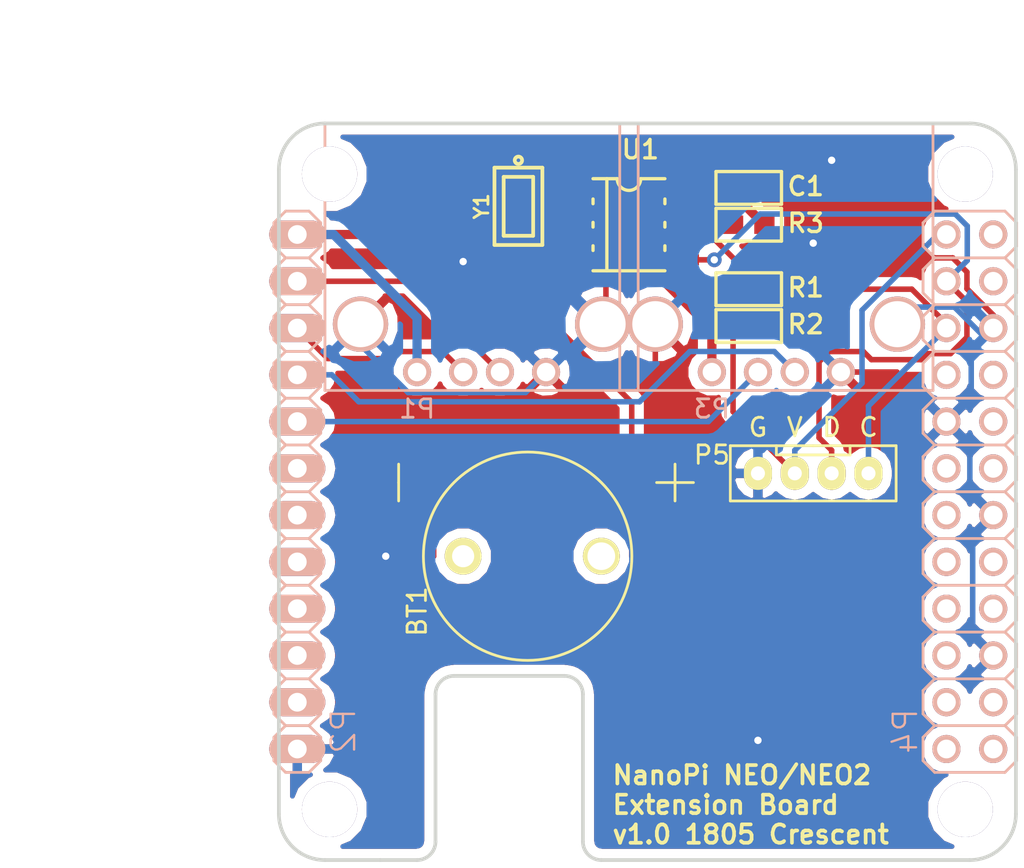
<source format=kicad_pcb>
(kicad_pcb (version 4) (host pcbnew 4.0.1-stable)

  (general
    (links 36)
    (no_connects 0)
    (area 89.399999 49.899999 129.600001 90.100001)
    (thickness 1.6)
    (drawings 23)
    (tracks 150)
    (zones 0)
    (modules 16)
    (nets 14)
  )

  (page A4)
  (title_block
    (title "nanopi neo extension board")
    (date 2018-05-02)
    (rev v1.0)
    (company Crescent)
  )

  (layers
    (0 F.Cu signal)
    (31 B.Cu signal)
    (32 B.Adhes user)
    (33 F.Adhes user)
    (34 B.Paste user)
    (35 F.Paste user)
    (36 B.SilkS user)
    (37 F.SilkS user)
    (38 B.Mask user)
    (39 F.Mask user)
    (40 Dwgs.User user)
    (41 Cmts.User user)
    (42 Eco1.User user)
    (43 Eco2.User user)
    (44 Edge.Cuts user)
    (45 Margin user)
    (46 B.CrtYd user)
    (47 F.CrtYd user)
    (48 B.Fab user)
    (49 F.Fab user)
  )

  (setup
    (last_trace_width 0.3)
    (trace_clearance 0.2)
    (zone_clearance 0.508)
    (zone_45_only no)
    (trace_min 0.2)
    (segment_width 0.2)
    (edge_width 0.2)
    (via_size 0.8)
    (via_drill 0.4)
    (via_min_size 0.8)
    (via_min_drill 0.3)
    (uvia_size 0.3)
    (uvia_drill 0.1)
    (uvias_allowed no)
    (uvia_min_size 0.2)
    (uvia_min_drill 0.1)
    (pcb_text_width 0.3)
    (pcb_text_size 1.5 1.5)
    (mod_edge_width 0.15)
    (mod_text_size 1 1)
    (mod_text_width 0.15)
    (pad_size 1.524 1.524)
    (pad_drill 0.762)
    (pad_to_mask_clearance 0.2)
    (aux_axis_origin 0 0)
    (visible_elements 7FFFFF7F)
    (pcbplotparams
      (layerselection 0x010fc_80000001)
      (usegerberextensions true)
      (excludeedgelayer true)
      (linewidth 0.050000)
      (plotframeref false)
      (viasonmask false)
      (mode 1)
      (useauxorigin false)
      (hpglpennumber 1)
      (hpglpenspeed 20)
      (hpglpendiameter 15)
      (hpglpenoverlay 2)
      (psnegative false)
      (psa4output false)
      (plotreference true)
      (plotvalue true)
      (plotinvisibletext false)
      (padsonsilk false)
      (subtractmaskfromsilk false)
      (outputformat 1)
      (mirror false)
      (drillshape 0)
      (scaleselection 1)
      (outputdirectory GERBER/))
  )

  (net 0 "")
  (net 1 "Net-(BT1-Pad1)")
  (net 2 /GND)
  (net 3 /5V)
  (net 4 /DM1)
  (net 5 /DP1)
  (net 6 /DP2)
  (net 7 /DM2)
  (net 8 /3.3V)
  (net 9 /SDA)
  (net 10 /SCL)
  (net 11 "Net-(R3-Pad2)")
  (net 12 "Net-(U1-Pad2)")
  (net 13 "Net-(U1-Pad1)")

  (net_class Default "これは標準のネット クラスです。"
    (clearance 0.2)
    (trace_width 0.3)
    (via_dia 0.8)
    (via_drill 0.4)
    (uvia_dia 0.3)
    (uvia_drill 0.1)
    (add_net /3.3V)
    (add_net /DM1)
    (add_net /DM2)
    (add_net /DP1)
    (add_net /DP2)
    (add_net /GND)
    (add_net /SCL)
    (add_net /SDA)
    (add_net "Net-(BT1-Pad1)")
    (add_net "Net-(R3-Pad2)")
    (add_net "Net-(U1-Pad1)")
    (add_net "Net-(U1-Pad2)")
  )

  (net_class POW ""
    (clearance 0.2)
    (trace_width 0.5)
    (via_dia 0.8)
    (via_drill 0.4)
    (uvia_dia 0.3)
    (uvia_drill 0.1)
    (add_net /5V)
  )

  (module pinhead-2X12 (layer B.Cu) (tedit 5AE9413A) (tstamp 5AE9375E)
    (at 127 70 270)
    (descr "PIN HEADER")
    (tags "PIN HEADER")
    (path /5AE92CF3)
    (attr virtual)
    (fp_text reference P4 (at 13 3.5 270) (layer B.SilkS)
      (effects (font (size 1.27 1.27) (thickness 0.127)) (justify mirror))
    )
    (fp_text value CONN_02X12 (at -11.43 -3.81 270) (layer B.SilkS) hide
      (effects (font (size 1.27 1.27) (thickness 0.1016)) (justify mirror))
    )
    (fp_line (start -14.224 -1.524) (end -13.716 -1.524) (layer B.SilkS) (width 0.06604))
    (fp_line (start -13.716 -1.524) (end -13.716 -1.016) (layer B.SilkS) (width 0.06604))
    (fp_line (start -14.224 -1.016) (end -13.716 -1.016) (layer B.SilkS) (width 0.06604))
    (fp_line (start -14.224 -1.524) (end -14.224 -1.016) (layer B.SilkS) (width 0.06604))
    (fp_line (start -14.224 1.016) (end -13.716 1.016) (layer B.SilkS) (width 0.06604))
    (fp_line (start -13.716 1.016) (end -13.716 1.524) (layer B.SilkS) (width 0.06604))
    (fp_line (start -14.224 1.524) (end -13.716 1.524) (layer B.SilkS) (width 0.06604))
    (fp_line (start -14.224 1.016) (end -14.224 1.524) (layer B.SilkS) (width 0.06604))
    (fp_line (start -11.684 1.016) (end -11.176 1.016) (layer B.SilkS) (width 0.06604))
    (fp_line (start -11.176 1.016) (end -11.176 1.524) (layer B.SilkS) (width 0.06604))
    (fp_line (start -11.684 1.524) (end -11.176 1.524) (layer B.SilkS) (width 0.06604))
    (fp_line (start -11.684 1.016) (end -11.684 1.524) (layer B.SilkS) (width 0.06604))
    (fp_line (start -11.684 -1.524) (end -11.176 -1.524) (layer B.SilkS) (width 0.06604))
    (fp_line (start -11.176 -1.524) (end -11.176 -1.016) (layer B.SilkS) (width 0.06604))
    (fp_line (start -11.684 -1.016) (end -11.176 -1.016) (layer B.SilkS) (width 0.06604))
    (fp_line (start -11.684 -1.524) (end -11.684 -1.016) (layer B.SilkS) (width 0.06604))
    (fp_line (start -9.144 1.016) (end -8.636 1.016) (layer B.SilkS) (width 0.06604))
    (fp_line (start -8.636 1.016) (end -8.636 1.524) (layer B.SilkS) (width 0.06604))
    (fp_line (start -9.144 1.524) (end -8.636 1.524) (layer B.SilkS) (width 0.06604))
    (fp_line (start -9.144 1.016) (end -9.144 1.524) (layer B.SilkS) (width 0.06604))
    (fp_line (start -9.144 -1.524) (end -8.636 -1.524) (layer B.SilkS) (width 0.06604))
    (fp_line (start -8.636 -1.524) (end -8.636 -1.016) (layer B.SilkS) (width 0.06604))
    (fp_line (start -9.144 -1.016) (end -8.636 -1.016) (layer B.SilkS) (width 0.06604))
    (fp_line (start -9.144 -1.524) (end -9.144 -1.016) (layer B.SilkS) (width 0.06604))
    (fp_line (start -6.604 1.016) (end -6.096 1.016) (layer B.SilkS) (width 0.06604))
    (fp_line (start -6.096 1.016) (end -6.096 1.524) (layer B.SilkS) (width 0.06604))
    (fp_line (start -6.604 1.524) (end -6.096 1.524) (layer B.SilkS) (width 0.06604))
    (fp_line (start -6.604 1.016) (end -6.604 1.524) (layer B.SilkS) (width 0.06604))
    (fp_line (start -4.064 1.016) (end -3.556 1.016) (layer B.SilkS) (width 0.06604))
    (fp_line (start -3.556 1.016) (end -3.556 1.524) (layer B.SilkS) (width 0.06604))
    (fp_line (start -4.064 1.524) (end -3.556 1.524) (layer B.SilkS) (width 0.06604))
    (fp_line (start -4.064 1.016) (end -4.064 1.524) (layer B.SilkS) (width 0.06604))
    (fp_line (start -1.524 1.016) (end -1.016 1.016) (layer B.SilkS) (width 0.06604))
    (fp_line (start -1.016 1.016) (end -1.016 1.524) (layer B.SilkS) (width 0.06604))
    (fp_line (start -1.524 1.524) (end -1.016 1.524) (layer B.SilkS) (width 0.06604))
    (fp_line (start -1.524 1.016) (end -1.524 1.524) (layer B.SilkS) (width 0.06604))
    (fp_line (start -6.604 -1.524) (end -6.096 -1.524) (layer B.SilkS) (width 0.06604))
    (fp_line (start -6.096 -1.524) (end -6.096 -1.016) (layer B.SilkS) (width 0.06604))
    (fp_line (start -6.604 -1.016) (end -6.096 -1.016) (layer B.SilkS) (width 0.06604))
    (fp_line (start -6.604 -1.524) (end -6.604 -1.016) (layer B.SilkS) (width 0.06604))
    (fp_line (start -4.064 -1.524) (end -3.556 -1.524) (layer B.SilkS) (width 0.06604))
    (fp_line (start -3.556 -1.524) (end -3.556 -1.016) (layer B.SilkS) (width 0.06604))
    (fp_line (start -4.064 -1.016) (end -3.556 -1.016) (layer B.SilkS) (width 0.06604))
    (fp_line (start -4.064 -1.524) (end -4.064 -1.016) (layer B.SilkS) (width 0.06604))
    (fp_line (start -1.524 -1.524) (end -1.016 -1.524) (layer B.SilkS) (width 0.06604))
    (fp_line (start -1.016 -1.524) (end -1.016 -1.016) (layer B.SilkS) (width 0.06604))
    (fp_line (start -1.524 -1.016) (end -1.016 -1.016) (layer B.SilkS) (width 0.06604))
    (fp_line (start -1.524 -1.524) (end -1.524 -1.016) (layer B.SilkS) (width 0.06604))
    (fp_line (start 1.016 1.016) (end 1.524 1.016) (layer B.SilkS) (width 0.06604))
    (fp_line (start 1.524 1.016) (end 1.524 1.524) (layer B.SilkS) (width 0.06604))
    (fp_line (start 1.016 1.524) (end 1.524 1.524) (layer B.SilkS) (width 0.06604))
    (fp_line (start 1.016 1.016) (end 1.016 1.524) (layer B.SilkS) (width 0.06604))
    (fp_line (start 1.016 -1.524) (end 1.524 -1.524) (layer B.SilkS) (width 0.06604))
    (fp_line (start 1.524 -1.524) (end 1.524 -1.016) (layer B.SilkS) (width 0.06604))
    (fp_line (start 1.016 -1.016) (end 1.524 -1.016) (layer B.SilkS) (width 0.06604))
    (fp_line (start 1.016 -1.524) (end 1.016 -1.016) (layer B.SilkS) (width 0.06604))
    (fp_line (start 3.556 1.016) (end 4.064 1.016) (layer B.SilkS) (width 0.06604))
    (fp_line (start 4.064 1.016) (end 4.064 1.524) (layer B.SilkS) (width 0.06604))
    (fp_line (start 3.556 1.524) (end 4.064 1.524) (layer B.SilkS) (width 0.06604))
    (fp_line (start 3.556 1.016) (end 3.556 1.524) (layer B.SilkS) (width 0.06604))
    (fp_line (start 3.556 -1.524) (end 4.064 -1.524) (layer B.SilkS) (width 0.06604))
    (fp_line (start 4.064 -1.524) (end 4.064 -1.016) (layer B.SilkS) (width 0.06604))
    (fp_line (start 3.556 -1.016) (end 4.064 -1.016) (layer B.SilkS) (width 0.06604))
    (fp_line (start 3.556 -1.524) (end 3.556 -1.016) (layer B.SilkS) (width 0.06604))
    (fp_line (start 6.096 1.016) (end 6.604 1.016) (layer B.SilkS) (width 0.06604))
    (fp_line (start 6.604 1.016) (end 6.604 1.524) (layer B.SilkS) (width 0.06604))
    (fp_line (start 6.096 1.524) (end 6.604 1.524) (layer B.SilkS) (width 0.06604))
    (fp_line (start 6.096 1.016) (end 6.096 1.524) (layer B.SilkS) (width 0.06604))
    (fp_line (start 6.096 -1.524) (end 6.604 -1.524) (layer B.SilkS) (width 0.06604))
    (fp_line (start 6.604 -1.524) (end 6.604 -1.016) (layer B.SilkS) (width 0.06604))
    (fp_line (start 6.096 -1.016) (end 6.604 -1.016) (layer B.SilkS) (width 0.06604))
    (fp_line (start 6.096 -1.524) (end 6.096 -1.016) (layer B.SilkS) (width 0.06604))
    (fp_line (start 8.636 1.016) (end 9.144 1.016) (layer B.SilkS) (width 0.06604))
    (fp_line (start 9.144 1.016) (end 9.144 1.524) (layer B.SilkS) (width 0.06604))
    (fp_line (start 8.636 1.524) (end 9.144 1.524) (layer B.SilkS) (width 0.06604))
    (fp_line (start 8.636 1.016) (end 8.636 1.524) (layer B.SilkS) (width 0.06604))
    (fp_line (start 8.636 -1.524) (end 9.144 -1.524) (layer B.SilkS) (width 0.06604))
    (fp_line (start 9.144 -1.524) (end 9.144 -1.016) (layer B.SilkS) (width 0.06604))
    (fp_line (start 8.636 -1.016) (end 9.144 -1.016) (layer B.SilkS) (width 0.06604))
    (fp_line (start 8.636 -1.524) (end 8.636 -1.016) (layer B.SilkS) (width 0.06604))
    (fp_line (start 11.176 1.016) (end 11.684 1.016) (layer B.SilkS) (width 0.06604))
    (fp_line (start 11.684 1.016) (end 11.684 1.524) (layer B.SilkS) (width 0.06604))
    (fp_line (start 11.176 1.524) (end 11.684 1.524) (layer B.SilkS) (width 0.06604))
    (fp_line (start 11.176 1.016) (end 11.176 1.524) (layer B.SilkS) (width 0.06604))
    (fp_line (start 11.176 -1.524) (end 11.684 -1.524) (layer B.SilkS) (width 0.06604))
    (fp_line (start 11.684 -1.524) (end 11.684 -1.016) (layer B.SilkS) (width 0.06604))
    (fp_line (start 11.176 -1.016) (end 11.684 -1.016) (layer B.SilkS) (width 0.06604))
    (fp_line (start 11.176 -1.524) (end 11.176 -1.016) (layer B.SilkS) (width 0.06604))
    (fp_line (start 13.716 1.016) (end 14.224 1.016) (layer B.SilkS) (width 0.06604))
    (fp_line (start 14.224 1.016) (end 14.224 1.524) (layer B.SilkS) (width 0.06604))
    (fp_line (start 13.716 1.524) (end 14.224 1.524) (layer B.SilkS) (width 0.06604))
    (fp_line (start 13.716 1.016) (end 13.716 1.524) (layer B.SilkS) (width 0.06604))
    (fp_line (start 13.716 -1.524) (end 14.224 -1.524) (layer B.SilkS) (width 0.06604))
    (fp_line (start 14.224 -1.524) (end 14.224 -1.016) (layer B.SilkS) (width 0.06604))
    (fp_line (start 13.716 -1.016) (end 14.224 -1.016) (layer B.SilkS) (width 0.06604))
    (fp_line (start 13.716 -1.524) (end 13.716 -1.016) (layer B.SilkS) (width 0.06604))
    (fp_line (start -15.24 -1.905) (end -14.605 -2.54) (layer B.SilkS) (width 0.1524))
    (fp_line (start -14.605 -2.54) (end -13.335 -2.54) (layer B.SilkS) (width 0.1524))
    (fp_line (start -13.335 -2.54) (end -12.7 -1.905) (layer B.SilkS) (width 0.1524))
    (fp_line (start -12.7 -1.905) (end -12.065 -2.54) (layer B.SilkS) (width 0.1524))
    (fp_line (start -12.065 -2.54) (end -10.795 -2.54) (layer B.SilkS) (width 0.1524))
    (fp_line (start -10.795 -2.54) (end -10.16 -1.905) (layer B.SilkS) (width 0.1524))
    (fp_line (start -10.16 -1.905) (end -9.525 -2.54) (layer B.SilkS) (width 0.1524))
    (fp_line (start -9.525 -2.54) (end -8.255 -2.54) (layer B.SilkS) (width 0.1524))
    (fp_line (start -8.255 -2.54) (end -7.62 -1.905) (layer B.SilkS) (width 0.1524))
    (fp_line (start -7.62 -1.905) (end -6.985 -2.54) (layer B.SilkS) (width 0.1524))
    (fp_line (start -6.985 -2.54) (end -5.715 -2.54) (layer B.SilkS) (width 0.1524))
    (fp_line (start -5.715 -2.54) (end -5.08 -1.905) (layer B.SilkS) (width 0.1524))
    (fp_line (start -5.08 -1.905) (end -4.445 -2.54) (layer B.SilkS) (width 0.1524))
    (fp_line (start -4.445 -2.54) (end -3.175 -2.54) (layer B.SilkS) (width 0.1524))
    (fp_line (start -3.175 -2.54) (end -2.54 -1.905) (layer B.SilkS) (width 0.1524))
    (fp_line (start -2.54 -1.905) (end -1.905 -2.54) (layer B.SilkS) (width 0.1524))
    (fp_line (start -1.905 -2.54) (end -0.635 -2.54) (layer B.SilkS) (width 0.1524))
    (fp_line (start -0.635 -2.54) (end 0 -1.905) (layer B.SilkS) (width 0.1524))
    (fp_line (start -15.24 -1.905) (end -15.24 1.905) (layer B.SilkS) (width 0.1524))
    (fp_line (start -15.24 1.905) (end -14.605 2.54) (layer B.SilkS) (width 0.1524))
    (fp_line (start -14.605 2.54) (end -13.335 2.54) (layer B.SilkS) (width 0.1524))
    (fp_line (start -13.335 2.54) (end -12.7 1.905) (layer B.SilkS) (width 0.1524))
    (fp_line (start -12.7 1.905) (end -12.065 2.54) (layer B.SilkS) (width 0.1524))
    (fp_line (start -12.065 2.54) (end -10.795 2.54) (layer B.SilkS) (width 0.1524))
    (fp_line (start -10.795 2.54) (end -10.16 1.905) (layer B.SilkS) (width 0.1524))
    (fp_line (start -10.16 1.905) (end -9.525 2.54) (layer B.SilkS) (width 0.1524))
    (fp_line (start -9.525 2.54) (end -8.255 2.54) (layer B.SilkS) (width 0.1524))
    (fp_line (start -8.255 2.54) (end -7.62 1.905) (layer B.SilkS) (width 0.1524))
    (fp_line (start -7.62 1.905) (end -6.985 2.54) (layer B.SilkS) (width 0.1524))
    (fp_line (start -6.985 2.54) (end -5.715 2.54) (layer B.SilkS) (width 0.1524))
    (fp_line (start -5.715 2.54) (end -5.08 1.905) (layer B.SilkS) (width 0.1524))
    (fp_line (start -5.08 1.905) (end -4.445 2.54) (layer B.SilkS) (width 0.1524))
    (fp_line (start -4.445 2.54) (end -3.175 2.54) (layer B.SilkS) (width 0.1524))
    (fp_line (start -3.175 2.54) (end -2.54 1.905) (layer B.SilkS) (width 0.1524))
    (fp_line (start -2.54 1.905) (end -1.905 2.54) (layer B.SilkS) (width 0.1524))
    (fp_line (start -1.905 2.54) (end -0.635 2.54) (layer B.SilkS) (width 0.1524))
    (fp_line (start -0.635 2.54) (end 0 1.905) (layer B.SilkS) (width 0.1524))
    (fp_line (start 0 1.905) (end 0.635 2.54) (layer B.SilkS) (width 0.1524))
    (fp_line (start 0.635 2.54) (end 1.905 2.54) (layer B.SilkS) (width 0.1524))
    (fp_line (start 1.905 2.54) (end 2.54 1.905) (layer B.SilkS) (width 0.1524))
    (fp_line (start 2.54 1.905) (end 3.175 2.54) (layer B.SilkS) (width 0.1524))
    (fp_line (start 3.175 2.54) (end 4.445 2.54) (layer B.SilkS) (width 0.1524))
    (fp_line (start 4.445 2.54) (end 5.08 1.905) (layer B.SilkS) (width 0.1524))
    (fp_line (start 5.08 1.905) (end 5.715 2.54) (layer B.SilkS) (width 0.1524))
    (fp_line (start 5.715 2.54) (end 6.985 2.54) (layer B.SilkS) (width 0.1524))
    (fp_line (start 6.985 2.54) (end 7.62 1.905) (layer B.SilkS) (width 0.1524))
    (fp_line (start 7.62 1.905) (end 8.255 2.54) (layer B.SilkS) (width 0.1524))
    (fp_line (start 8.255 2.54) (end 9.525 2.54) (layer B.SilkS) (width 0.1524))
    (fp_line (start 9.525 2.54) (end 10.16 1.905) (layer B.SilkS) (width 0.1524))
    (fp_line (start 10.16 1.905) (end 10.795 2.54) (layer B.SilkS) (width 0.1524))
    (fp_line (start 10.795 2.54) (end 12.065 2.54) (layer B.SilkS) (width 0.1524))
    (fp_line (start 12.065 2.54) (end 12.7 1.905) (layer B.SilkS) (width 0.1524))
    (fp_line (start 12.7 -1.905) (end 12.065 -2.54) (layer B.SilkS) (width 0.1524))
    (fp_line (start 12.065 -2.54) (end 10.795 -2.54) (layer B.SilkS) (width 0.1524))
    (fp_line (start 10.16 -1.905) (end 10.795 -2.54) (layer B.SilkS) (width 0.1524))
    (fp_line (start 10.16 -1.905) (end 9.525 -2.54) (layer B.SilkS) (width 0.1524))
    (fp_line (start 9.525 -2.54) (end 8.255 -2.54) (layer B.SilkS) (width 0.1524))
    (fp_line (start 7.62 -1.905) (end 8.255 -2.54) (layer B.SilkS) (width 0.1524))
    (fp_line (start 7.62 -1.905) (end 6.985 -2.54) (layer B.SilkS) (width 0.1524))
    (fp_line (start 6.985 -2.54) (end 5.715 -2.54) (layer B.SilkS) (width 0.1524))
    (fp_line (start 5.08 -1.905) (end 5.715 -2.54) (layer B.SilkS) (width 0.1524))
    (fp_line (start 5.08 -1.905) (end 4.445 -2.54) (layer B.SilkS) (width 0.1524))
    (fp_line (start 4.445 -2.54) (end 3.175 -2.54) (layer B.SilkS) (width 0.1524))
    (fp_line (start 2.54 -1.905) (end 3.175 -2.54) (layer B.SilkS) (width 0.1524))
    (fp_line (start 2.54 -1.905) (end 1.905 -2.54) (layer B.SilkS) (width 0.1524))
    (fp_line (start 1.905 -2.54) (end 0.635 -2.54) (layer B.SilkS) (width 0.1524))
    (fp_line (start 0 -1.905) (end 0.635 -2.54) (layer B.SilkS) (width 0.1524))
    (fp_line (start -12.7 1.905) (end -12.7 -1.905) (layer B.SilkS) (width 0.1524))
    (fp_line (start -10.16 1.905) (end -10.16 -1.905) (layer B.SilkS) (width 0.1524))
    (fp_line (start -7.62 1.905) (end -7.62 -1.905) (layer B.SilkS) (width 0.1524))
    (fp_line (start -5.08 1.905) (end -5.08 -1.905) (layer B.SilkS) (width 0.1524))
    (fp_line (start -2.54 1.905) (end -2.54 -1.905) (layer B.SilkS) (width 0.1524))
    (fp_line (start 0 1.905) (end 0 -1.905) (layer B.SilkS) (width 0.1524))
    (fp_line (start 2.54 1.905) (end 2.54 -1.905) (layer B.SilkS) (width 0.1524))
    (fp_line (start 5.08 1.905) (end 5.08 -1.905) (layer B.SilkS) (width 0.1524))
    (fp_line (start 7.62 1.905) (end 7.62 -1.905) (layer B.SilkS) (width 0.1524))
    (fp_line (start 10.16 1.905) (end 10.16 -1.905) (layer B.SilkS) (width 0.1524))
    (fp_line (start 12.7 1.905) (end 12.7 -1.905) (layer B.SilkS) (width 0.1524))
    (fp_line (start 12.7 1.905) (end 13.335 2.54) (layer B.SilkS) (width 0.1524))
    (fp_line (start 13.335 2.54) (end 14.605 2.54) (layer B.SilkS) (width 0.1524))
    (fp_line (start 14.605 2.54) (end 15.24 1.905) (layer B.SilkS) (width 0.1524))
    (fp_line (start 15.24 -1.905) (end 14.605 -2.54) (layer B.SilkS) (width 0.1524))
    (fp_line (start 14.605 -2.54) (end 13.335 -2.54) (layer B.SilkS) (width 0.1524))
    (fp_line (start 12.7 -1.905) (end 13.335 -2.54) (layer B.SilkS) (width 0.1524))
    (fp_line (start 15.24 1.905) (end 15.24 -1.905) (layer B.SilkS) (width 0.1524))
    (pad 1 thru_hole circle (at -13.97 -1.27 270) (size 1.524 1.524) (drill 1.016) (layers *.Cu *.Paste *.Mask B.SilkS))
    (pad 2 thru_hole circle (at -13.97 1.27 270) (size 1.524 1.524) (drill 1.016) (layers *.Cu *.Paste *.Mask B.SilkS)
      (net 8 /3.3V))
    (pad 3 thru_hole circle (at -11.43 -1.27 270) (size 1.524 1.524) (drill 1.016) (layers *.Cu *.Paste *.Mask B.SilkS))
    (pad 4 thru_hole circle (at -11.43 1.27 270) (size 1.524 1.524) (drill 1.016) (layers *.Cu *.Paste *.Mask B.SilkS)
      (net 9 /SDA))
    (pad 5 thru_hole circle (at -8.89 -1.27 270) (size 1.524 1.524) (drill 1.016) (layers *.Cu *.Paste *.Mask B.SilkS)
      (net 2 /GND))
    (pad 6 thru_hole circle (at -8.89 1.27 270) (size 1.524 1.524) (drill 1.016) (layers *.Cu *.Paste *.Mask B.SilkS)
      (net 10 /SCL))
    (pad 7 thru_hole circle (at -6.35 -1.27 270) (size 1.524 1.524) (drill 1.016) (layers *.Cu *.Paste *.Mask B.SilkS))
    (pad 8 thru_hole circle (at -6.35 1.27 270) (size 1.524 1.524) (drill 1.016) (layers *.Cu *.Paste *.Mask B.SilkS))
    (pad 9 thru_hole circle (at -3.81 -1.27 270) (size 1.524 1.524) (drill 1.016) (layers *.Cu *.Paste *.Mask B.SilkS))
    (pad 10 thru_hole circle (at -3.81 1.27 270) (size 1.524 1.524) (drill 1.016) (layers *.Cu *.Paste *.Mask B.SilkS)
      (net 2 /GND))
    (pad 11 thru_hole circle (at -1.27 -1.27 270) (size 1.524 1.524) (drill 1.016) (layers *.Cu *.Paste *.Mask B.SilkS))
    (pad 12 thru_hole circle (at -1.27 1.27 270) (size 1.524 1.524) (drill 1.016) (layers *.Cu *.Paste *.Mask B.SilkS))
    (pad 13 thru_hole circle (at 1.27 -1.27 270) (size 1.524 1.524) (drill 1.016) (layers *.Cu *.Paste *.Mask B.SilkS)
      (net 2 /GND))
    (pad 14 thru_hole circle (at 1.27 1.27 270) (size 1.524 1.524) (drill 1.016) (layers *.Cu *.Paste *.Mask B.SilkS))
    (pad 15 thru_hole circle (at 3.81 -1.27 270) (size 1.524 1.524) (drill 1.016) (layers *.Cu *.Paste *.Mask B.SilkS))
    (pad 16 thru_hole circle (at 3.81 1.27 270) (size 1.524 1.524) (drill 1.016) (layers *.Cu *.Paste *.Mask B.SilkS))
    (pad 17 thru_hole circle (at 6.35 -1.27 270) (size 1.524 1.524) (drill 1.016) (layers *.Cu *.Paste *.Mask B.SilkS))
    (pad 18 thru_hole circle (at 6.35 1.27 270) (size 1.524 1.524) (drill 1.016) (layers *.Cu *.Paste *.Mask B.SilkS))
    (pad 19 thru_hole circle (at 8.89 -1.27 270) (size 1.524 1.524) (drill 1.016) (layers *.Cu *.Paste *.Mask B.SilkS)
      (net 2 /GND))
    (pad 20 thru_hole circle (at 8.89 1.27 270) (size 1.524 1.524) (drill 1.016) (layers *.Cu *.Paste *.Mask B.SilkS))
    (pad 21 thru_hole circle (at 11.43 -1.27 270) (size 1.524 1.524) (drill 1.016) (layers *.Cu *.Paste *.Mask B.SilkS))
    (pad 22 thru_hole circle (at 11.43 1.27 270) (size 1.524 1.524) (drill 1.016) (layers *.Cu *.Paste *.Mask B.SilkS))
    (pad 23 thru_hole circle (at 13.97 -1.27 270) (size 1.524 1.524) (drill 1.016) (layers *.Cu *.Paste *.Mask B.SilkS))
    (pad 24 thru_hole circle (at 13.97 1.27 270) (size 1.524 1.524) (drill 1.016) (layers *.Cu *.Paste *.Mask B.SilkS))
  )

  (module pinhead-1X12 (layer B.Cu) (tedit 5AE940AB) (tstamp 5AE93738)
    (at 90.5 70 270)
    (descr "PIN HEADER")
    (tags "PIN HEADER")
    (path /5AE92C77)
    (attr virtual)
    (fp_text reference P2 (at 13 -2.5 270) (layer B.SilkS)
      (effects (font (size 1.27 1.27) (thickness 0.127)) (justify mirror))
    )
    (fp_text value CONN_01X12 (at -11.43 -2.54 270) (layer B.SilkS) hide
      (effects (font (size 1.27 1.27) (thickness 0.1016)) (justify mirror))
    )
    (fp_line (start 11.176 -0.254) (end 11.684 -0.254) (layer B.SilkS) (width 0.06604))
    (fp_line (start 11.684 -0.254) (end 11.684 0.254) (layer B.SilkS) (width 0.06604))
    (fp_line (start 11.176 0.254) (end 11.684 0.254) (layer B.SilkS) (width 0.06604))
    (fp_line (start 11.176 -0.254) (end 11.176 0.254) (layer B.SilkS) (width 0.06604))
    (fp_line (start 8.636 -0.254) (end 9.144 -0.254) (layer B.SilkS) (width 0.06604))
    (fp_line (start 9.144 -0.254) (end 9.144 0.254) (layer B.SilkS) (width 0.06604))
    (fp_line (start 8.636 0.254) (end 9.144 0.254) (layer B.SilkS) (width 0.06604))
    (fp_line (start 8.636 -0.254) (end 8.636 0.254) (layer B.SilkS) (width 0.06604))
    (fp_line (start 6.096 -0.254) (end 6.604 -0.254) (layer B.SilkS) (width 0.06604))
    (fp_line (start 6.604 -0.254) (end 6.604 0.254) (layer B.SilkS) (width 0.06604))
    (fp_line (start 6.096 0.254) (end 6.604 0.254) (layer B.SilkS) (width 0.06604))
    (fp_line (start 6.096 -0.254) (end 6.096 0.254) (layer B.SilkS) (width 0.06604))
    (fp_line (start 3.556 -0.254) (end 4.064 -0.254) (layer B.SilkS) (width 0.06604))
    (fp_line (start 4.064 -0.254) (end 4.064 0.254) (layer B.SilkS) (width 0.06604))
    (fp_line (start 3.556 0.254) (end 4.064 0.254) (layer B.SilkS) (width 0.06604))
    (fp_line (start 3.556 -0.254) (end 3.556 0.254) (layer B.SilkS) (width 0.06604))
    (fp_line (start 1.016 -0.254) (end 1.524 -0.254) (layer B.SilkS) (width 0.06604))
    (fp_line (start 1.524 -0.254) (end 1.524 0.254) (layer B.SilkS) (width 0.06604))
    (fp_line (start 1.016 0.254) (end 1.524 0.254) (layer B.SilkS) (width 0.06604))
    (fp_line (start 1.016 -0.254) (end 1.016 0.254) (layer B.SilkS) (width 0.06604))
    (fp_line (start -1.524 -0.254) (end -1.016 -0.254) (layer B.SilkS) (width 0.06604))
    (fp_line (start -1.016 -0.254) (end -1.016 0.254) (layer B.SilkS) (width 0.06604))
    (fp_line (start -1.524 0.254) (end -1.016 0.254) (layer B.SilkS) (width 0.06604))
    (fp_line (start -1.524 -0.254) (end -1.524 0.254) (layer B.SilkS) (width 0.06604))
    (fp_line (start -4.064 -0.254) (end -3.556 -0.254) (layer B.SilkS) (width 0.06604))
    (fp_line (start -3.556 -0.254) (end -3.556 0.254) (layer B.SilkS) (width 0.06604))
    (fp_line (start -4.064 0.254) (end -3.556 0.254) (layer B.SilkS) (width 0.06604))
    (fp_line (start -4.064 -0.254) (end -4.064 0.254) (layer B.SilkS) (width 0.06604))
    (fp_line (start -6.604 -0.254) (end -6.096 -0.254) (layer B.SilkS) (width 0.06604))
    (fp_line (start -6.096 -0.254) (end -6.096 0.254) (layer B.SilkS) (width 0.06604))
    (fp_line (start -6.604 0.254) (end -6.096 0.254) (layer B.SilkS) (width 0.06604))
    (fp_line (start -6.604 -0.254) (end -6.604 0.254) (layer B.SilkS) (width 0.06604))
    (fp_line (start -9.144 -0.254) (end -8.636 -0.254) (layer B.SilkS) (width 0.06604))
    (fp_line (start -8.636 -0.254) (end -8.636 0.254) (layer B.SilkS) (width 0.06604))
    (fp_line (start -9.144 0.254) (end -8.636 0.254) (layer B.SilkS) (width 0.06604))
    (fp_line (start -9.144 -0.254) (end -9.144 0.254) (layer B.SilkS) (width 0.06604))
    (fp_line (start -11.684 -0.254) (end -11.176 -0.254) (layer B.SilkS) (width 0.06604))
    (fp_line (start -11.176 -0.254) (end -11.176 0.254) (layer B.SilkS) (width 0.06604))
    (fp_line (start -11.684 0.254) (end -11.176 0.254) (layer B.SilkS) (width 0.06604))
    (fp_line (start -11.684 -0.254) (end -11.684 0.254) (layer B.SilkS) (width 0.06604))
    (fp_line (start -14.224 -0.254) (end -13.716 -0.254) (layer B.SilkS) (width 0.06604))
    (fp_line (start -13.716 -0.254) (end -13.716 0.254) (layer B.SilkS) (width 0.06604))
    (fp_line (start -14.224 0.254) (end -13.716 0.254) (layer B.SilkS) (width 0.06604))
    (fp_line (start -14.224 -0.254) (end -14.224 0.254) (layer B.SilkS) (width 0.06604))
    (fp_line (start 13.716 -0.254) (end 14.224 -0.254) (layer B.SilkS) (width 0.06604))
    (fp_line (start 14.224 -0.254) (end 14.224 0.254) (layer B.SilkS) (width 0.06604))
    (fp_line (start 13.716 0.254) (end 14.224 0.254) (layer B.SilkS) (width 0.06604))
    (fp_line (start 13.716 -0.254) (end 13.716 0.254) (layer B.SilkS) (width 0.06604))
    (fp_line (start 8.255 1.27) (end 9.525 1.27) (layer B.SilkS) (width 0.1524))
    (fp_line (start 9.525 1.27) (end 10.16 0.635) (layer B.SilkS) (width 0.1524))
    (fp_line (start 10.16 0.635) (end 10.16 -0.635) (layer B.SilkS) (width 0.1524))
    (fp_line (start 10.16 -0.635) (end 9.525 -1.27) (layer B.SilkS) (width 0.1524))
    (fp_line (start 10.16 0.635) (end 10.795 1.27) (layer B.SilkS) (width 0.1524))
    (fp_line (start 10.795 1.27) (end 12.065 1.27) (layer B.SilkS) (width 0.1524))
    (fp_line (start 12.065 1.27) (end 12.7 0.635) (layer B.SilkS) (width 0.1524))
    (fp_line (start 12.7 0.635) (end 12.7 -0.635) (layer B.SilkS) (width 0.1524))
    (fp_line (start 12.7 -0.635) (end 12.065 -1.27) (layer B.SilkS) (width 0.1524))
    (fp_line (start 12.065 -1.27) (end 10.795 -1.27) (layer B.SilkS) (width 0.1524))
    (fp_line (start 10.795 -1.27) (end 10.16 -0.635) (layer B.SilkS) (width 0.1524))
    (fp_line (start 5.08 0.635) (end 5.715 1.27) (layer B.SilkS) (width 0.1524))
    (fp_line (start 5.715 1.27) (end 6.985 1.27) (layer B.SilkS) (width 0.1524))
    (fp_line (start 6.985 1.27) (end 7.62 0.635) (layer B.SilkS) (width 0.1524))
    (fp_line (start 7.62 0.635) (end 7.62 -0.635) (layer B.SilkS) (width 0.1524))
    (fp_line (start 7.62 -0.635) (end 6.985 -1.27) (layer B.SilkS) (width 0.1524))
    (fp_line (start 6.985 -1.27) (end 5.715 -1.27) (layer B.SilkS) (width 0.1524))
    (fp_line (start 5.715 -1.27) (end 5.08 -0.635) (layer B.SilkS) (width 0.1524))
    (fp_line (start 8.255 1.27) (end 7.62 0.635) (layer B.SilkS) (width 0.1524))
    (fp_line (start 7.62 -0.635) (end 8.255 -1.27) (layer B.SilkS) (width 0.1524))
    (fp_line (start 9.525 -1.27) (end 8.255 -1.27) (layer B.SilkS) (width 0.1524))
    (fp_line (start 0.635 1.27) (end 1.905 1.27) (layer B.SilkS) (width 0.1524))
    (fp_line (start 1.905 1.27) (end 2.54 0.635) (layer B.SilkS) (width 0.1524))
    (fp_line (start 2.54 0.635) (end 2.54 -0.635) (layer B.SilkS) (width 0.1524))
    (fp_line (start 2.54 -0.635) (end 1.905 -1.27) (layer B.SilkS) (width 0.1524))
    (fp_line (start 2.54 0.635) (end 3.175 1.27) (layer B.SilkS) (width 0.1524))
    (fp_line (start 3.175 1.27) (end 4.445 1.27) (layer B.SilkS) (width 0.1524))
    (fp_line (start 4.445 1.27) (end 5.08 0.635) (layer B.SilkS) (width 0.1524))
    (fp_line (start 5.08 0.635) (end 5.08 -0.635) (layer B.SilkS) (width 0.1524))
    (fp_line (start 5.08 -0.635) (end 4.445 -1.27) (layer B.SilkS) (width 0.1524))
    (fp_line (start 4.445 -1.27) (end 3.175 -1.27) (layer B.SilkS) (width 0.1524))
    (fp_line (start 3.175 -1.27) (end 2.54 -0.635) (layer B.SilkS) (width 0.1524))
    (fp_line (start -2.54 0.635) (end -1.905 1.27) (layer B.SilkS) (width 0.1524))
    (fp_line (start -1.905 1.27) (end -0.635 1.27) (layer B.SilkS) (width 0.1524))
    (fp_line (start -0.635 1.27) (end 0 0.635) (layer B.SilkS) (width 0.1524))
    (fp_line (start 0 0.635) (end 0 -0.635) (layer B.SilkS) (width 0.1524))
    (fp_line (start 0 -0.635) (end -0.635 -1.27) (layer B.SilkS) (width 0.1524))
    (fp_line (start -0.635 -1.27) (end -1.905 -1.27) (layer B.SilkS) (width 0.1524))
    (fp_line (start -1.905 -1.27) (end -2.54 -0.635) (layer B.SilkS) (width 0.1524))
    (fp_line (start 0.635 1.27) (end 0 0.635) (layer B.SilkS) (width 0.1524))
    (fp_line (start 0 -0.635) (end 0.635 -1.27) (layer B.SilkS) (width 0.1524))
    (fp_line (start 1.905 -1.27) (end 0.635 -1.27) (layer B.SilkS) (width 0.1524))
    (fp_line (start -6.985 1.27) (end -5.715 1.27) (layer B.SilkS) (width 0.1524))
    (fp_line (start -5.715 1.27) (end -5.08 0.635) (layer B.SilkS) (width 0.1524))
    (fp_line (start -5.08 0.635) (end -5.08 -0.635) (layer B.SilkS) (width 0.1524))
    (fp_line (start -5.08 -0.635) (end -5.715 -1.27) (layer B.SilkS) (width 0.1524))
    (fp_line (start -5.08 0.635) (end -4.445 1.27) (layer B.SilkS) (width 0.1524))
    (fp_line (start -4.445 1.27) (end -3.175 1.27) (layer B.SilkS) (width 0.1524))
    (fp_line (start -3.175 1.27) (end -2.54 0.635) (layer B.SilkS) (width 0.1524))
    (fp_line (start -2.54 0.635) (end -2.54 -0.635) (layer B.SilkS) (width 0.1524))
    (fp_line (start -2.54 -0.635) (end -3.175 -1.27) (layer B.SilkS) (width 0.1524))
    (fp_line (start -3.175 -1.27) (end -4.445 -1.27) (layer B.SilkS) (width 0.1524))
    (fp_line (start -4.445 -1.27) (end -5.08 -0.635) (layer B.SilkS) (width 0.1524))
    (fp_line (start -10.16 0.635) (end -9.525 1.27) (layer B.SilkS) (width 0.1524))
    (fp_line (start -9.525 1.27) (end -8.255 1.27) (layer B.SilkS) (width 0.1524))
    (fp_line (start -8.255 1.27) (end -7.62 0.635) (layer B.SilkS) (width 0.1524))
    (fp_line (start -7.62 0.635) (end -7.62 -0.635) (layer B.SilkS) (width 0.1524))
    (fp_line (start -7.62 -0.635) (end -8.255 -1.27) (layer B.SilkS) (width 0.1524))
    (fp_line (start -8.255 -1.27) (end -9.525 -1.27) (layer B.SilkS) (width 0.1524))
    (fp_line (start -9.525 -1.27) (end -10.16 -0.635) (layer B.SilkS) (width 0.1524))
    (fp_line (start -6.985 1.27) (end -7.62 0.635) (layer B.SilkS) (width 0.1524))
    (fp_line (start -7.62 -0.635) (end -6.985 -1.27) (layer B.SilkS) (width 0.1524))
    (fp_line (start -5.715 -1.27) (end -6.985 -1.27) (layer B.SilkS) (width 0.1524))
    (fp_line (start -14.605 1.27) (end -13.335 1.27) (layer B.SilkS) (width 0.1524))
    (fp_line (start -13.335 1.27) (end -12.7 0.635) (layer B.SilkS) (width 0.1524))
    (fp_line (start -12.7 0.635) (end -12.7 -0.635) (layer B.SilkS) (width 0.1524))
    (fp_line (start -12.7 -0.635) (end -13.335 -1.27) (layer B.SilkS) (width 0.1524))
    (fp_line (start -12.7 0.635) (end -12.065 1.27) (layer B.SilkS) (width 0.1524))
    (fp_line (start -12.065 1.27) (end -10.795 1.27) (layer B.SilkS) (width 0.1524))
    (fp_line (start -10.795 1.27) (end -10.16 0.635) (layer B.SilkS) (width 0.1524))
    (fp_line (start -10.16 0.635) (end -10.16 -0.635) (layer B.SilkS) (width 0.1524))
    (fp_line (start -10.16 -0.635) (end -10.795 -1.27) (layer B.SilkS) (width 0.1524))
    (fp_line (start -10.795 -1.27) (end -12.065 -1.27) (layer B.SilkS) (width 0.1524))
    (fp_line (start -12.065 -1.27) (end -12.7 -0.635) (layer B.SilkS) (width 0.1524))
    (fp_line (start -15.24 0.635) (end -15.24 -0.635) (layer B.SilkS) (width 0.1524))
    (fp_line (start -14.605 1.27) (end -15.24 0.635) (layer B.SilkS) (width 0.1524))
    (fp_line (start -15.24 -0.635) (end -14.605 -1.27) (layer B.SilkS) (width 0.1524))
    (fp_line (start -13.335 -1.27) (end -14.605 -1.27) (layer B.SilkS) (width 0.1524))
    (fp_line (start 12.7 0.635) (end 13.335 1.27) (layer B.SilkS) (width 0.1524))
    (fp_line (start 13.335 1.27) (end 14.605 1.27) (layer B.SilkS) (width 0.1524))
    (fp_line (start 14.605 1.27) (end 15.24 0.635) (layer B.SilkS) (width 0.1524))
    (fp_line (start 15.24 0.635) (end 15.24 -0.635) (layer B.SilkS) (width 0.1524))
    (fp_line (start 15.24 -0.635) (end 14.605 -1.27) (layer B.SilkS) (width 0.1524))
    (fp_line (start 14.605 -1.27) (end 13.335 -1.27) (layer B.SilkS) (width 0.1524))
    (fp_line (start 13.335 -1.27) (end 12.7 -0.635) (layer B.SilkS) (width 0.1524))
    (pad 1 thru_hole oval (at -13.97 0 90) (size 1.524 3.048) (drill 1.016) (layers *.Cu *.Paste *.Mask B.SilkS)
      (net 3 /5V))
    (pad 2 thru_hole oval (at -11.43 0 90) (size 1.524 3.048) (drill 1.016) (layers *.Cu *.Paste *.Mask B.SilkS)
      (net 5 /DP1))
    (pad 3 thru_hole oval (at -8.89 0 90) (size 1.524 3.048) (drill 1.016) (layers *.Cu *.Paste *.Mask B.SilkS)
      (net 4 /DM1))
    (pad 4 thru_hole oval (at -6.35 0 90) (size 1.524 3.048) (drill 1.016) (layers *.Cu *.Paste *.Mask B.SilkS)
      (net 6 /DP2))
    (pad 5 thru_hole oval (at -3.81 0 90) (size 1.524 3.048) (drill 1.016) (layers *.Cu *.Paste *.Mask B.SilkS)
      (net 7 /DM2))
    (pad 6 thru_hole oval (at -1.27 0 90) (size 1.524 3.048) (drill 1.016) (layers *.Cu *.Paste *.Mask B.SilkS))
    (pad 7 thru_hole oval (at 1.27 0 90) (size 1.524 3.048) (drill 1.016) (layers *.Cu *.Paste *.Mask B.SilkS))
    (pad 8 thru_hole oval (at 3.81 0 90) (size 1.524 3.048) (drill 1.016) (layers *.Cu *.Paste *.Mask B.SilkS))
    (pad 9 thru_hole oval (at 6.35 0 90) (size 1.524 3.048) (drill 1.016) (layers *.Cu *.Paste *.Mask B.SilkS))
    (pad 10 thru_hole oval (at 8.89 0 90) (size 1.524 3.048) (drill 1.016) (layers *.Cu *.Paste *.Mask B.SilkS))
    (pad 11 thru_hole oval (at 11.43 0 90) (size 1.524 3.048) (drill 1.016) (layers *.Cu *.Paste *.Mask B.SilkS))
    (pad 12 thru_hole oval (at 13.97 0 90) (size 1.524 3.048) (drill 1.016) (layers *.Cu *.Paste *.Mask B.SilkS)
      (net 2 /GND))
  )

  (module Mounting_Holes:MountingHole_3mm (layer F.Cu) (tedit 5B00443E) (tstamp 5AEC840E)
    (at 92.25 87.25)
    (descr "Mounting hole, Befestigungsbohrung, 3mm, No Annular, Kein Restring,")
    (tags "Mounting hole, Befestigungsbohrung, 3mm, No Annular, Kein Restring,")
    (fp_text reference REF4 (at -4.5 -3) (layer F.SilkS) hide
      (effects (font (size 1 1) (thickness 0.15)))
    )
    (fp_text value MountingHole_3mm (at 1.00076 5.00126) (layer F.Fab) hide
      (effects (font (size 1 1) (thickness 0.15)))
    )
    (fp_circle (center 0 0) (end 3 0) (layer Cmts.User) (width 0.381))
    (pad 1 thru_hole circle (at 0 0) (size 3 3) (drill 3) (layers))
  )

  (module Mounting_Holes:MountingHole_3mm (layer F.Cu) (tedit 5B00443A) (tstamp 5AEC8404)
    (at 126.75 87.25)
    (descr "Mounting hole, Befestigungsbohrung, 3mm, No Annular, Kein Restring,")
    (tags "Mounting hole, Befestigungsbohrung, 3mm, No Annular, Kein Restring,")
    (fp_text reference REF3 (at 0.5 4.5) (layer F.SilkS) hide
      (effects (font (size 1 1) (thickness 0.15)))
    )
    (fp_text value MountingHole_3mm (at 1.00076 5.00126) (layer F.Fab) hide
      (effects (font (size 1 1) (thickness 0.15)))
    )
    (fp_circle (center 0 0) (end 3 0) (layer Cmts.User) (width 0.381))
    (pad 1 thru_hole circle (at 0 0) (size 3 3) (drill 3) (layers))
  )

  (module Mounting_Holes:MountingHole_3mm (layer F.Cu) (tedit 5B004433) (tstamp 5AEC83FA)
    (at 126.75 52.75)
    (descr "Mounting hole, Befestigungsbohrung, 3mm, No Annular, Kein Restring,")
    (tags "Mounting hole, Befestigungsbohrung, 3mm, No Annular, Kein Restring,")
    (fp_text reference REF2 (at 0 -4.0005) (layer F.SilkS) hide
      (effects (font (size 1 1) (thickness 0.15)))
    )
    (fp_text value MountingHole_3mm (at 1.00076 5.00126) (layer F.Fab) hide
      (effects (font (size 1 1) (thickness 0.15)))
    )
    (fp_circle (center 0 0) (end 3 0) (layer Cmts.User) (width 0.381))
    (pad 1 thru_hole circle (at 0 0) (size 3 3) (drill 3) (layers))
  )

  (module CR1220:CR1220 (layer F.Cu) (tedit 5AEC7ECF) (tstamp 5AE93718)
    (at 107 73.5 90)
    (path /5AE94E6C)
    (fp_text reference BT1 (at -3 -10 90) (layer F.SilkS)
      (effects (font (size 1 1) (thickness 0.15)))
    )
    (fp_text value Battery (at 0 -19 90) (layer F.Fab)
      (effects (font (size 1 1) (thickness 0.15)))
    )
    (fp_line (start 4 -11) (end 5 -11) (layer F.SilkS) (width 0.15))
    (fp_line (start 3 -11) (end 4 -11) (layer F.SilkS) (width 0.15))
    (fp_line (start 4 3) (end 4 5) (layer F.SilkS) (width 0.15))
    (fp_line (start 3 4) (end 5 4) (layer F.SilkS) (width 0.15))
    (fp_circle (center 0 -4) (end 4 0) (layer F.SilkS) (width 0.15))
    (pad "" np_thru_hole circle (at 0 -7.5 90) (size 2 2) (drill 1.2) (layers *.Cu *.Paste *.Mask F.SilkS))
    (pad 1 smd rect (at 0 3.9 90) (size 2.5 3.8) (layers F.Cu F.Paste F.Mask)
      (net 1 "Net-(BT1-Pad1)"))
    (pad 2 smd rect (at 0 -11.7 90) (size 2.5 4.5) (layers F.Cu F.Paste F.Mask)
      (net 2 /GND))
    (pad "" np_thru_hole circle (at 0 0 90) (size 2 2) (drill 1.5) (layers *.Cu *.Paste *.Mask F.SilkS))
  )

  (module smt:C-0603 (layer F.Cu) (tedit 5AE93DF8) (tstamp 5AE9371E)
    (at 115 53.5)
    (descr "0603 (1608 metric)")
    (tags "smt 0603")
    (path /5AE94EF3)
    (fp_text reference C1 (at 2 0.5) (layer F.SilkS)
      (effects (font (size 1 1) (thickness 0.18)) (justify left bottom))
    )
    (fp_text value 0.1u (at 0 2.032) (layer F.SilkS) hide
      (effects (font (size 1 1) (thickness 0.18)))
    )
    (fp_line (start -0.762 -0.381) (end 0.762 -0.381) (layer Dwgs.User) (width 0.05))
    (fp_line (start 0.762 -0.381) (end 0.762 0.381) (layer Dwgs.User) (width 0.05))
    (fp_line (start 0.762 0.381) (end -0.762 0.381) (layer Dwgs.User) (width 0.05))
    (fp_line (start -0.762 0.381) (end -0.762 -0.381) (layer Dwgs.User) (width 0.05))
    (fp_line (start -1.778 -0.889) (end 1.778 -0.889) (layer F.CrtYd) (width 0.05))
    (fp_line (start 1.778 -0.889) (end 1.778 0.889) (layer F.CrtYd) (width 0.05))
    (fp_line (start 1.778 0.889) (end -1.778 0.889) (layer F.CrtYd) (width 0.05))
    (fp_line (start -1.778 0.889) (end -1.778 -0.889) (layer F.CrtYd) (width 0.05))
    (fp_line (start -1.778 -0.889) (end 1.778 -0.889) (layer F.SilkS) (width 0.18))
    (fp_line (start 1.778 -0.889) (end 1.778 0.889) (layer F.SilkS) (width 0.18))
    (fp_line (start 1.778 0.889) (end -1.778 0.889) (layer F.SilkS) (width 0.18))
    (fp_line (start -1.778 0.889) (end -1.778 -0.889) (layer F.SilkS) (width 0.18))
    (pad 1 smd rect (at -0.85 0) (size 1.1 1) (layers F.Cu F.Paste F.Mask)
      (net 3 /5V))
    (pad 2 smd rect (at 0.85 0) (size 1.1 1) (layers F.Cu F.Paste F.Mask)
      (net 2 /GND))
    (model smt.pretty/C-0603.wrl
      (at (xyz 0 0 0))
      (scale (xyz 1 1 0.8))
      (rotate (xyz 0 0 0))
    )
  )

  (module USBHOST:USBHOST (layer B.Cu) (tedit 5AE93D65) (tstamp 5AE93728)
    (at 97 63.5)
    (path /5AE92D93)
    (fp_text reference P1 (at 0 2) (layer B.SilkS)
      (effects (font (size 1 1) (thickness 0.15)) (justify mirror))
    )
    (fp_text value USB_A (at 0.5 3.5) (layer B.Fab) hide
      (effects (font (size 1 1) (thickness 0.15)) (justify mirror))
    )
    (fp_line (start -5 1) (end 12 1) (layer B.SilkS) (width 0.15))
    (fp_line (start 12 1) (end 12 -13.5) (layer B.SilkS) (width 0.15))
    (fp_line (start 12 -13.5) (end -5 -13.5) (layer B.SilkS) (width 0.15))
    (fp_line (start -5 -13.5) (end -5 1) (layer B.SilkS) (width 0.15))
    (pad 1 thru_hole circle (at 0 0) (size 1.524 1.524) (drill 1) (layers *.Cu *.Paste *.Mask B.SilkS)
      (net 3 /5V))
    (pad 2 thru_hole circle (at 2.5 0) (size 1.524 1.524) (drill 1) (layers *.Cu *.Paste *.Mask B.SilkS)
      (net 4 /DM1))
    (pad 3 thru_hole circle (at 4.5 0) (size 1.524 1.524) (drill 1) (layers *.Cu *.Paste *.Mask B.SilkS)
      (net 5 /DP1))
    (pad 4 thru_hole circle (at 7 0) (size 1.524 1.524) (drill 1) (layers *.Cu *.Paste *.Mask B.SilkS)
      (net 2 /GND))
    (pad 5 thru_hole circle (at -3.07 -2.6) (size 3 3) (drill 2.5) (layers *.Cu *.Paste *.Mask B.SilkS)
      (net 2 /GND))
    (pad 5 thru_hole circle (at 10.07 -2.6) (size 3 3) (drill 2.5) (layers *.Cu *.Paste *.Mask B.SilkS)
      (net 2 /GND))
  )

  (module USBHOST:USBHOST (layer B.Cu) (tedit 5AE93D62) (tstamp 5AE93742)
    (at 113 63.5)
    (path /5AE92DEA)
    (fp_text reference P3 (at 0 2) (layer B.SilkS)
      (effects (font (size 1 1) (thickness 0.15)) (justify mirror))
    )
    (fp_text value USB_A (at 0.5 3.5) (layer B.Fab) hide
      (effects (font (size 1 1) (thickness 0.15)) (justify mirror))
    )
    (fp_line (start -5 1) (end 12 1) (layer B.SilkS) (width 0.15))
    (fp_line (start 12 1) (end 12 -13.5) (layer B.SilkS) (width 0.15))
    (fp_line (start 12 -13.5) (end -5 -13.5) (layer B.SilkS) (width 0.15))
    (fp_line (start -5 -13.5) (end -5 1) (layer B.SilkS) (width 0.15))
    (pad 1 thru_hole circle (at 0 0) (size 1.524 1.524) (drill 1) (layers *.Cu *.Paste *.Mask B.SilkS)
      (net 3 /5V))
    (pad 2 thru_hole circle (at 2.5 0) (size 1.524 1.524) (drill 1) (layers *.Cu *.Paste *.Mask B.SilkS)
      (net 7 /DM2))
    (pad 3 thru_hole circle (at 4.5 0) (size 1.524 1.524) (drill 1) (layers *.Cu *.Paste *.Mask B.SilkS)
      (net 6 /DP2))
    (pad 4 thru_hole circle (at 7 0) (size 1.524 1.524) (drill 1) (layers *.Cu *.Paste *.Mask B.SilkS)
      (net 2 /GND))
    (pad 5 thru_hole circle (at -3.07 -2.6) (size 3 3) (drill 2.5) (layers *.Cu *.Paste *.Mask B.SilkS)
      (net 2 /GND))
    (pad 5 thru_hole circle (at 10.07 -2.6) (size 3 3) (drill 2.5) (layers *.Cu *.Paste *.Mask B.SilkS)
      (net 2 /GND))
  )

  (module GroveCon:GROVE (layer F.Cu) (tedit 5AE94255) (tstamp 5AE93766)
    (at 121.5 69 180)
    (path /5AE92E1D)
    (fp_text reference P5 (at 8.5 1 180) (layer F.SilkS)
      (effects (font (size 1 1) (thickness 0.15)))
    )
    (fp_text value CONN_01X04 (at 0.5 -3 180) (layer F.Fab) hide
      (effects (font (size 1 1) (thickness 0.15)))
    )
    (fp_text user C (at 0 2.5 180) (layer F.SilkS)
      (effects (font (size 1 1) (thickness 0.15)))
    )
    (fp_text user D (at 2 2.5 180) (layer F.SilkS)
      (effects (font (size 1 1) (thickness 0.15)))
    )
    (fp_text user V (at 4 2.5 180) (layer F.SilkS)
      (effects (font (size 1 1) (thickness 0.15)))
    )
    (fp_text user G (at 6 2.5 180) (layer F.SilkS)
      (effects (font (size 1 1) (thickness 0.15)))
    )
    (fp_line (start 5 1.5) (end 5 1) (layer F.SilkS) (width 0.15))
    (fp_line (start 5 1) (end 1 1) (layer F.SilkS) (width 0.15))
    (fp_line (start 1 1) (end 1 1.5) (layer F.SilkS) (width 0.15))
    (fp_line (start 3 1.5) (end -1.5 1.5) (layer F.SilkS) (width 0.15))
    (fp_line (start -1.5 1.5) (end -1.5 -1.5) (layer F.SilkS) (width 0.15))
    (fp_line (start -1.5 -1.5) (end 7.5 -1.5) (layer F.SilkS) (width 0.15))
    (fp_line (start 7.5 -1.5) (end 7.5 1.5) (layer F.SilkS) (width 0.15))
    (fp_line (start 7.5 1.5) (end 3 1.5) (layer F.SilkS) (width 0.15))
    (pad 1 thru_hole oval (at 0 0 180) (size 1.524 1.8) (drill 0.762) (layers *.Cu *.Paste *.Mask F.SilkS)
      (net 10 /SCL))
    (pad 2 thru_hole oval (at 2 0 180) (size 1.524 1.8) (drill 0.762) (layers *.Cu *.Paste *.Mask F.SilkS)
      (net 9 /SDA))
    (pad 3 thru_hole oval (at 4 0 180) (size 1.524 1.8) (drill 0.762) (layers *.Cu *.Paste *.Mask F.SilkS)
      (net 8 /3.3V))
    (pad 4 thru_hole oval (at 6 0 180) (size 1.524 1.8) (drill 0.762) (layers *.Cu *.Paste *.Mask F.SilkS)
      (net 2 /GND))
  )

  (module smt:R-0603 (layer F.Cu) (tedit 5AE93E0E) (tstamp 5AE9376C)
    (at 115 59)
    (descr "0603 (1608 metric)")
    (tags "smt 0603")
    (path /5AE94ECA)
    (fp_text reference R1 (at 2 0.5) (layer F.SilkS)
      (effects (font (size 1 1) (thickness 0.18)) (justify left bottom))
    )
    (fp_text value R (at 0 2.032) (layer F.SilkS) hide
      (effects (font (size 1 1) (thickness 0.18)))
    )
    (fp_line (start -0.762 -0.381) (end 0.762 -0.381) (layer Dwgs.User) (width 0.05))
    (fp_line (start 0.762 -0.381) (end 0.762 0.381) (layer Dwgs.User) (width 0.05))
    (fp_line (start 0.762 0.381) (end -0.762 0.381) (layer Dwgs.User) (width 0.05))
    (fp_line (start -0.762 0.381) (end -0.762 -0.381) (layer Dwgs.User) (width 0.05))
    (fp_line (start -1.778 -0.889) (end 1.778 -0.889) (layer F.CrtYd) (width 0.05))
    (fp_line (start 1.778 -0.889) (end 1.778 0.889) (layer F.CrtYd) (width 0.05))
    (fp_line (start 1.778 0.889) (end -1.778 0.889) (layer F.CrtYd) (width 0.05))
    (fp_line (start -1.778 0.889) (end -1.778 -0.889) (layer F.CrtYd) (width 0.05))
    (fp_line (start -1.778 -0.889) (end 1.778 -0.889) (layer F.SilkS) (width 0.18))
    (fp_line (start 1.778 -0.889) (end 1.778 0.889) (layer F.SilkS) (width 0.18))
    (fp_line (start 1.778 0.889) (end -1.778 0.889) (layer F.SilkS) (width 0.18))
    (fp_line (start -1.778 0.889) (end -1.778 -0.889) (layer F.SilkS) (width 0.18))
    (pad 1 smd rect (at -0.85 0) (size 1.1 1) (layers F.Cu F.Paste F.Mask)
      (net 8 /3.3V))
    (pad 2 smd rect (at 0.85 0) (size 1.1 1) (layers F.Cu F.Paste F.Mask)
      (net 10 /SCL))
    (model smt.pretty/R-0603.wrl
      (at (xyz 0 0 0))
      (scale (xyz 1 1 1))
      (rotate (xyz 0 0 0))
    )
  )

  (module smt:R-0603 (layer F.Cu) (tedit 5AE93E1E) (tstamp 5AE93772)
    (at 115 61)
    (descr "0603 (1608 metric)")
    (tags "smt 0603")
    (path /5AE97A44)
    (fp_text reference R2 (at 2 0.5) (layer F.SilkS)
      (effects (font (size 1 1) (thickness 0.18)) (justify left bottom))
    )
    (fp_text value R (at 0 2.032) (layer F.SilkS) hide
      (effects (font (size 1 1) (thickness 0.18)))
    )
    (fp_line (start -0.762 -0.381) (end 0.762 -0.381) (layer Dwgs.User) (width 0.05))
    (fp_line (start 0.762 -0.381) (end 0.762 0.381) (layer Dwgs.User) (width 0.05))
    (fp_line (start 0.762 0.381) (end -0.762 0.381) (layer Dwgs.User) (width 0.05))
    (fp_line (start -0.762 0.381) (end -0.762 -0.381) (layer Dwgs.User) (width 0.05))
    (fp_line (start -1.778 -0.889) (end 1.778 -0.889) (layer F.CrtYd) (width 0.05))
    (fp_line (start 1.778 -0.889) (end 1.778 0.889) (layer F.CrtYd) (width 0.05))
    (fp_line (start 1.778 0.889) (end -1.778 0.889) (layer F.CrtYd) (width 0.05))
    (fp_line (start -1.778 0.889) (end -1.778 -0.889) (layer F.CrtYd) (width 0.05))
    (fp_line (start -1.778 -0.889) (end 1.778 -0.889) (layer F.SilkS) (width 0.18))
    (fp_line (start 1.778 -0.889) (end 1.778 0.889) (layer F.SilkS) (width 0.18))
    (fp_line (start 1.778 0.889) (end -1.778 0.889) (layer F.SilkS) (width 0.18))
    (fp_line (start -1.778 0.889) (end -1.778 -0.889) (layer F.SilkS) (width 0.18))
    (pad 1 smd rect (at -0.85 0) (size 1.1 1) (layers F.Cu F.Paste F.Mask)
      (net 8 /3.3V))
    (pad 2 smd rect (at 0.85 0) (size 1.1 1) (layers F.Cu F.Paste F.Mask)
      (net 9 /SDA))
    (model smt.pretty/R-0603.wrl
      (at (xyz 0 0 0))
      (scale (xyz 1 1 1))
      (rotate (xyz 0 0 0))
    )
  )

  (module smt:R-0603 (layer F.Cu) (tedit 5AE93DF4) (tstamp 5AE93778)
    (at 115 55.5 180)
    (descr "0603 (1608 metric)")
    (tags "smt 0603")
    (path /5AE96F6F)
    (fp_text reference R3 (at -2 -0.5 180) (layer F.SilkS)
      (effects (font (size 1 1) (thickness 0.18)) (justify left bottom))
    )
    (fp_text value 4.7k (at 0 2.032 180) (layer F.SilkS) hide
      (effects (font (size 1 1) (thickness 0.18)))
    )
    (fp_line (start -0.762 -0.381) (end 0.762 -0.381) (layer Dwgs.User) (width 0.05))
    (fp_line (start 0.762 -0.381) (end 0.762 0.381) (layer Dwgs.User) (width 0.05))
    (fp_line (start 0.762 0.381) (end -0.762 0.381) (layer Dwgs.User) (width 0.05))
    (fp_line (start -0.762 0.381) (end -0.762 -0.381) (layer Dwgs.User) (width 0.05))
    (fp_line (start -1.778 -0.889) (end 1.778 -0.889) (layer F.CrtYd) (width 0.05))
    (fp_line (start 1.778 -0.889) (end 1.778 0.889) (layer F.CrtYd) (width 0.05))
    (fp_line (start 1.778 0.889) (end -1.778 0.889) (layer F.CrtYd) (width 0.05))
    (fp_line (start -1.778 0.889) (end -1.778 -0.889) (layer F.CrtYd) (width 0.05))
    (fp_line (start -1.778 -0.889) (end 1.778 -0.889) (layer F.SilkS) (width 0.18))
    (fp_line (start 1.778 -0.889) (end 1.778 0.889) (layer F.SilkS) (width 0.18))
    (fp_line (start 1.778 0.889) (end -1.778 0.889) (layer F.SilkS) (width 0.18))
    (fp_line (start -1.778 0.889) (end -1.778 -0.889) (layer F.SilkS) (width 0.18))
    (pad 1 smd rect (at -0.85 0 180) (size 1.1 1) (layers F.Cu F.Paste F.Mask)
      (net 3 /5V))
    (pad 2 smd rect (at 0.85 0 180) (size 1.1 1) (layers F.Cu F.Paste F.Mask)
      (net 11 "Net-(R3-Pad2)"))
    (model smt.pretty/R-0603.wrl
      (at (xyz 0 0 0))
      (scale (xyz 1 1 1))
      (rotate (xyz 0 0 0))
    )
  )

  (module smt-soic:8 (layer F.Cu) (tedit 5AE93DD7) (tstamp 5AE93784)
    (at 108.5 55.5 270)
    (descr "SOIC - 8 Pins (JEDEC MS-012AA)")
    (tags SOIC)
    (path /5AE95099)
    (fp_text reference U1 (at -3.5 0.5 360) (layer F.SilkS)
      (effects (font (size 1 1) (thickness 0.18)) (justify left bottom))
    )
    (fp_text value DS1307 (at 3.937 0 360) (layer F.SilkS) hide
      (effects (font (size 1 1) (thickness 0.18)))
    )
    (fp_line (start 2.5 3) (end 2.5 -3) (layer Dwgs.User) (width 0.05))
    (fp_line (start -2.5 -3) (end -2.5 3) (layer Dwgs.User) (width 0.05))
    (fp_line (start -2.5 3) (end 2.5 3) (layer Dwgs.User) (width 0.05))
    (fp_line (start -3 -4.318) (end 3 -4.318) (layer F.CrtYd) (width 0.05))
    (fp_line (start 3 -4.318) (end 3 4.318) (layer F.CrtYd) (width 0.05))
    (fp_line (start 3 4.318) (end -3 4.318) (layer F.CrtYd) (width 0.05))
    (fp_line (start -3 4.318) (end -3 -4.318) (layer F.CrtYd) (width 0.05))
    (fp_line (start 2.5 -1.95) (end 2.5 1.95) (layer F.SilkS) (width 0.18))
    (fp_line (start -2.5 1.95) (end -2.5 0.635) (layer F.SilkS) (width 0.18))
    (fp_line (start -2.5 -0.635) (end -2.5 -1.95) (layer F.SilkS) (width 0.18))
    (fp_line (start 2.5 1.2) (end -2.5 1.2) (layer F.SilkS) (width 0.18))
    (fp_line (start -1.397 -1.95) (end -1.143 -1.95) (layer F.SilkS) (width 0.18))
    (fp_line (start -0.127 -1.95) (end 0.127 -1.95) (layer F.SilkS) (width 0.18))
    (fp_line (start 1.143 -1.95) (end 1.397 -1.95) (layer F.SilkS) (width 0.18))
    (fp_line (start -1.397 1.95) (end -1.143 1.95) (layer F.SilkS) (width 0.18))
    (fp_line (start -0.127 1.95) (end 0.127 1.95) (layer F.SilkS) (width 0.18))
    (fp_line (start 1.143 1.95) (end 1.397 1.95) (layer F.SilkS) (width 0.18))
    (fp_arc (start -2.5 0) (end -2.5 -0.635) (angle 180) (layer F.SilkS) (width 0.18))
    (fp_line (start -2.5 -3) (end 2.5 -3) (layer Dwgs.User) (width 0.05))
    (pad 2 smd rect (at -0.635 2.7 270) (size 0.6 2.2) (layers F.Cu F.Paste F.Mask)
      (net 12 "Net-(U1-Pad2)"))
    (pad 7 smd rect (at -0.635 -2.7 270) (size 0.6 2.2) (layers F.Cu F.Paste F.Mask)
      (net 11 "Net-(R3-Pad2)"))
    (pad 1 smd rect (at -1.905 2.7 270) (size 0.6 2.2) (layers F.Cu F.Paste F.Mask)
      (net 13 "Net-(U1-Pad1)"))
    (pad 3 smd rect (at 0.635 2.7 270) (size 0.6 2.2) (layers F.Cu F.Paste F.Mask)
      (net 1 "Net-(BT1-Pad1)"))
    (pad 4 smd rect (at 1.905 2.7 270) (size 0.6 2.2) (layers F.Cu F.Paste F.Mask)
      (net 2 /GND))
    (pad 8 smd rect (at -1.905 -2.7 270) (size 0.6 2.2) (layers F.Cu F.Paste F.Mask)
      (net 3 /5V))
    (pad 6 smd rect (at 0.635 -2.7 270) (size 0.6 2.2) (layers F.Cu F.Paste F.Mask)
      (net 10 /SCL))
    (pad 5 smd rect (at 1.905 -2.7 270) (size 0.6 2.2) (layers F.Cu F.Paste F.Mask)
      (net 9 /SDA))
    (model smt-soic.pretty/8.wrl
      (at (xyz 0 0 0))
      (scale (xyz 1 1 1))
      (rotate (xyz 0 0 -90))
    )
  )

  (module LSE:ECS-31B_xtal (layer F.Cu) (tedit 5AE93DC0) (tstamp 5AE9378A)
    (at 102.5 54.5 270)
    (descr http://www.ecsxtal.com/store/pdf/ecx-31b.pdf)
    (path /5AE94E97)
    (solder_paste_margin -0.0762)
    (attr smd)
    (fp_text reference Y1 (at 0 2 270) (layer F.SilkS)
      (effects (font (size 0.762 0.762) (thickness 0.1524)))
    )
    (fp_text value Crystal (at 0 0 270) (layer F.SilkS) hide
      (effects (font (size 0.762 0.762) (thickness 0.1524)))
    )
    (fp_circle (center -2.5 0) (end -2.3 0) (layer F.SilkS) (width 0.2032))
    (fp_line (start -2.1 -1.3) (end -2.1 1.3) (layer F.SilkS) (width 0.2032))
    (fp_line (start -2.1 1.3) (end 2.1 1.3) (layer F.SilkS) (width 0.2032))
    (fp_line (start 2.1 1.3) (end 2.1 -1.3) (layer F.SilkS) (width 0.2032))
    (fp_line (start 2.1 -1.3) (end -2.1 -1.3) (layer F.SilkS) (width 0.2032))
    (fp_line (start -1.6 -0.8) (end 1.6 -0.8) (layer F.SilkS) (width 0.2032))
    (fp_line (start 1.6 -0.8) (end 1.6 0.8) (layer F.SilkS) (width 0.2032))
    (fp_line (start 1.6 0.8) (end -1.6 0.8) (layer F.SilkS) (width 0.2032))
    (fp_line (start -1.6 0.8) (end -1.6 -0.8) (layer F.SilkS) (width 0.2032))
    (pad 1 smd rect (at -1.25 0) (size 1.9 1.1) (layers F.Cu F.Paste F.Mask)
      (net 13 "Net-(U1-Pad1)"))
    (pad 2 smd rect (at 1.25 0) (size 1.9 1.1) (layers F.Cu F.Paste F.Mask)
      (net 12 "Net-(U1-Pad2)"))
  )

  (module Mounting_Holes:MountingHole_3mm (layer F.Cu) (tedit 5B004430) (tstamp 5AE9395D)
    (at 92.25 52.75)
    (descr "Mounting hole, Befestigungsbohrung, 3mm, No Annular, Kein Restring,")
    (tags "Mounting hole, Befestigungsbohrung, 3mm, No Annular, Kein Restring,")
    (fp_text reference REF1 (at 0 -4.0005) (layer F.SilkS) hide
      (effects (font (size 1 1) (thickness 0.15)))
    )
    (fp_text value MountingHole_3mm (at 1.00076 5.00126) (layer F.Fab) hide
      (effects (font (size 1 1) (thickness 0.15)))
    )
    (fp_circle (center 0 0) (end 3 0) (layer Cmts.User) (width 0.381))
    (pad 1 thru_hole circle (at 0 0) (size 3 3) (drill 3) (layers))
  )

  (gr_text "NanoPi NEO/NEO2\nExtension Board \nv1.0 1805 Crescent" (at 107.5 87) (layer F.SilkS)
    (effects (font (size 1 1) (thickness 0.2)) (justify left))
  )
  (gr_arc (start 107 89) (end 107 90) (angle 90) (layer Edge.Cuts) (width 0.2))
  (gr_arc (start 97 89) (end 98 89) (angle 90) (layer Edge.Cuts) (width 0.2))
  (gr_arc (start 105 81) (end 105 80) (angle 90) (layer Edge.Cuts) (width 0.2))
  (gr_arc (start 99 81) (end 98 81) (angle 90) (layer Edge.Cuts) (width 0.2))
  (gr_line (start 95 90) (end 92 90) (angle 90) (layer Edge.Cuts) (width 0.2))
  (gr_line (start 97 90) (end 95 90) (angle 90) (layer Edge.Cuts) (width 0.2))
  (gr_line (start 98 81) (end 98 89) (angle 90) (layer Edge.Cuts) (width 0.2))
  (gr_line (start 105 80) (end 99 80) (angle 90) (layer Edge.Cuts) (width 0.2))
  (gr_line (start 106 89) (end 106 81) (angle 90) (layer Edge.Cuts) (width 0.2))
  (gr_line (start 106 87) (end 106 84) (angle 90) (layer Eco2.User) (width 0.2))
  (gr_line (start 98 87) (end 98 84) (angle 90) (layer Eco2.User) (width 0.2))
  (dimension 40 (width 0.3) (layer Eco2.User)
    (gr_text "40.000 mm" (at 80.65 70 270) (layer Eco2.User)
      (effects (font (size 1.5 1.5) (thickness 0.3)))
    )
    (feature1 (pts (xy 95 90) (xy 79.3 90)))
    (feature2 (pts (xy 95 50) (xy 79.3 50)))
    (crossbar (pts (xy 82 50) (xy 82 90)))
    (arrow1a (pts (xy 82 90) (xy 81.413579 88.873496)))
    (arrow1b (pts (xy 82 90) (xy 82.586421 88.873496)))
    (arrow2a (pts (xy 82 50) (xy 81.413579 51.126504)))
    (arrow2b (pts (xy 82 50) (xy 82.586421 51.126504)))
  )
  (dimension 40 (width 0.3) (layer Eco2.User)
    (gr_text "40.000 mm" (at 109.5 45.15) (layer Eco2.User)
      (effects (font (size 1.5 1.5) (thickness 0.3)))
    )
    (feature1 (pts (xy 129.5 52.5) (xy 129.5 43.8)))
    (feature2 (pts (xy 89.5 52.5) (xy 89.5 43.8)))
    (crossbar (pts (xy 89.5 46.5) (xy 129.5 46.5)))
    (arrow1a (pts (xy 129.5 46.5) (xy 128.373496 47.086421)))
    (arrow1b (pts (xy 129.5 46.5) (xy 128.373496 45.913579)))
    (arrow2a (pts (xy 89.5 46.5) (xy 90.626504 47.086421)))
    (arrow2b (pts (xy 89.5 46.5) (xy 90.626504 45.913579)))
  )
  (gr_line (start 129.5 52.5) (end 129.5 87.5) (angle 90) (layer Edge.Cuts) (width 0.2))
  (gr_arc (start 127 52.5) (end 127 50) (angle 90) (layer Edge.Cuts) (width 0.2))
  (gr_line (start 92 50) (end 127 50) (angle 90) (layer Edge.Cuts) (width 0.2))
  (gr_arc (start 127 87.5) (end 129.5 87.5) (angle 90) (layer Edge.Cuts) (width 0.2))
  (gr_line (start 107 90) (end 127 90) (angle 90) (layer Edge.Cuts) (width 0.2))
  (gr_arc (start 92 87.5) (end 92 90) (angle 90) (layer Edge.Cuts) (width 0.2))
  (gr_line (start 89.5 67.5) (end 89.5 87.5) (angle 90) (layer Edge.Cuts) (width 0.2))
  (gr_line (start 89.5 52.5) (end 89.5 67.5) (angle 90) (layer Edge.Cuts) (width 0.2))
  (gr_arc (start 92 52.5) (end 89.5 52.5) (angle 90) (layer Edge.Cuts) (width 0.2))

  (segment (start 108.6497 65.15) (end 108.6497 73.5) (width 0.3) (layer F.Cu) (net 1))
  (segment (start 104.3497 60.85) (end 108.6497 65.15) (width 0.3) (layer F.Cu) (net 1))
  (segment (start 104.3497 56.135) (end 104.3497 60.85) (width 0.3) (layer F.Cu) (net 1))
  (segment (start 105.8 56.135) (end 104.3497 56.135) (width 0.3) (layer F.Cu) (net 1))
  (segment (start 110.9 73.5) (end 108.6497 73.5) (width 0.3) (layer F.Cu) (net 1))
  (segment (start 107.07 60.9) (end 106.6 60.9) (width 0.3) (layer B.Cu) (net 2))
  (segment (start 106.6 60.9) (end 103.2 57.5) (width 0.3) (layer B.Cu) (net 2) (tstamp 5AE94474))
  (via (at 99.5 57.5) (size 0.8) (drill 0.4) (layers F.Cu B.Cu) (net 2))
  (segment (start 103.2 57.5) (end 99.5 57.5) (width 0.3) (layer B.Cu) (net 2) (tstamp 5AE94475))
  (segment (start 118.675 56.325) (end 118.5 56.5) (width 0.3) (layer F.Cu) (net 2))
  (via (at 118.5 56.5) (size 0.8) (drill 0.4) (layers F.Cu B.Cu) (net 2))
  (segment (start 115.85 53.5) (end 118 53.5) (width 0.3) (layer F.Cu) (net 2))
  (via (at 119.5 52) (size 0.8) (drill 0.4) (layers F.Cu B.Cu) (net 2))
  (segment (start 118 53.5) (end 119.5 52) (width 0.3) (layer F.Cu) (net 2) (tstamp 5AE94469))
  (segment (start 115.5 69) (end 115.5 83.5) (width 0.3) (layer B.Cu) (net 2))
  (via (at 115.5 83.5) (size 0.8) (drill 0.4) (layers F.Cu B.Cu) (net 2))
  (via (at 95.3 73.5) (size 0.8) (drill 0.4) (layers F.Cu B.Cu) (net 2))
  (segment (start 95.3 73.5) (end 95.5 73.5) (width 0.3) (layer B.Cu) (net 2) (tstamp 5AE94462))
  (segment (start 105.8 57.405) (end 107.2503 57.405) (width 0.3) (layer F.Cu) (net 2))
  (segment (start 127.1538 72.3862) (end 128.27 71.27) (width 0.3) (layer B.Cu) (net 2))
  (segment (start 127.1538 77.7738) (end 127.1538 72.3862) (width 0.3) (layer B.Cu) (net 2))
  (segment (start 128.27 78.89) (end 127.1538 77.7738) (width 0.3) (layer B.Cu) (net 2))
  (segment (start 127 67.46) (end 125.73 66.19) (width 0.3) (layer B.Cu) (net 2))
  (segment (start 127 70) (end 127 67.46) (width 0.3) (layer B.Cu) (net 2))
  (segment (start 128.27 71.27) (end 127 70) (width 0.3) (layer B.Cu) (net 2))
  (segment (start 107.2503 57.405) (end 107.2503 60.7197) (width 0.3) (layer F.Cu) (net 2))
  (segment (start 107.2503 60.7197) (end 107.07 60.9) (width 0.3) (layer F.Cu) (net 2))
  (segment (start 123.04 63.5) (end 125.73 66.19) (width 0.3) (layer F.Cu) (net 2))
  (segment (start 120 63.5) (end 123.04 63.5) (width 0.3) (layer F.Cu) (net 2))
  (segment (start 106.6 60.9) (end 104 63.5) (width 0.3) (layer B.Cu) (net 2))
  (segment (start 102.8876 64.6124) (end 104 63.5) (width 0.3) (layer B.Cu) (net 2))
  (segment (start 96.5142 64.6124) (end 102.8876 64.6124) (width 0.3) (layer B.Cu) (net 2))
  (segment (start 93.93 62.0282) (end 96.5142 64.6124) (width 0.3) (layer B.Cu) (net 2))
  (segment (start 93.93 60.9) (end 93.93 62.0282) (width 0.3) (layer B.Cu) (net 2))
  (segment (start 107.4306 60.9) (end 107.2503 60.7197) (width 0.3) (layer F.Cu) (net 2))
  (segment (start 109.93 60.9) (end 107.4306 60.9) (width 0.3) (layer F.Cu) (net 2))
  (segment (start 115.5 69) (end 114.3877 69) (width 0.3) (layer F.Cu) (net 2))
  (segment (start 109.93 64.5423) (end 114.3877 69) (width 0.3) (layer F.Cu) (net 2))
  (segment (start 109.93 60.9) (end 109.93 64.5423) (width 0.3) (layer F.Cu) (net 2))
  (segment (start 90.5 83.97) (end 92.3743 83.97) (width 0.3) (layer F.Cu) (net 2))
  (segment (start 97.9003 69.5997) (end 104 63.5) (width 0.3) (layer F.Cu) (net 2))
  (segment (start 97.9003 73.5) (end 97.9003 69.5997) (width 0.3) (layer F.Cu) (net 2))
  (segment (start 92.6997 83.6446) (end 92.3743 83.97) (width 0.3) (layer F.Cu) (net 2))
  (segment (start 92.6997 73.5) (end 92.6997 83.6446) (width 0.3) (layer F.Cu) (net 2))
  (segment (start 95.3 73.5) (end 97.9003 73.5) (width 0.3) (layer F.Cu) (net 2))
  (segment (start 95.3 73.5) (end 92.6997 73.5) (width 0.3) (layer F.Cu) (net 2))
  (segment (start 127.0757 62.3043) (end 127.7867 61.5933) (width 0.3) (layer B.Cu) (net 2))
  (segment (start 127.0757 64.8443) (end 127.0757 62.3043) (width 0.3) (layer B.Cu) (net 2))
  (segment (start 125.73 66.19) (end 127.0757 64.8443) (width 0.3) (layer B.Cu) (net 2))
  (segment (start 127.7867 61.5933) (end 128.27 61.11) (width 0.3) (layer B.Cu) (net 2))
  (segment (start 123.9975 59.9725) (end 123.07 60.9) (width 0.3) (layer B.Cu) (net 2))
  (segment (start 126.1659 59.9725) (end 123.9975 59.9725) (width 0.3) (layer B.Cu) (net 2))
  (segment (start 127.7867 61.5933) (end 126.1659 59.9725) (width 0.3) (layer B.Cu) (net 2))
  (segment (start 115.7503 67.7497) (end 120 63.5) (width 0.3) (layer B.Cu) (net 2))
  (segment (start 115.5 67.7497) (end 115.7503 67.7497) (width 0.3) (layer B.Cu) (net 2))
  (segment (start 115.5 69) (end 115.5 67.7497) (width 0.3) (layer B.Cu) (net 2))
  (segment (start 116.7003 54.3503) (end 115.85 54.3503) (width 0.3) (layer F.Cu) (net 2))
  (segment (start 119.65 57.3) (end 118.675 56.325) (width 0.3) (layer F.Cu) (net 2))
  (segment (start 118.675 56.325) (end 116.7003 54.3503) (width 0.3) (layer F.Cu) (net 2) (tstamp 5AE9446E))
  (segment (start 126.0733 57.3) (end 119.65 57.3) (width 0.3) (layer F.Cu) (net 2))
  (segment (start 126.8424 58.0691) (end 126.0733 57.3) (width 0.3) (layer F.Cu) (net 2))
  (segment (start 126.8424 58.9747) (end 126.8424 58.0691) (width 0.3) (layer F.Cu) (net 2))
  (segment (start 128.27 60.4023) (end 126.8424 58.9747) (width 0.3) (layer F.Cu) (net 2))
  (segment (start 128.27 61.11) (end 128.27 60.4023) (width 0.3) (layer F.Cu) (net 2))
  (segment (start 115.85 53.5) (end 115.85 54.3503) (width 0.3) (layer F.Cu) (net 2))
  (segment (start 114.15 53.5) (end 113.6499 53.5) (width 0.5) (layer F.Cu) (net 3))
  (segment (start 113.6499 53.5) (end 113.1497 53.5) (width 0.5) (layer F.Cu) (net 3))
  (segment (start 113.85 53.5) (end 115.85 55.5) (width 0.5) (layer F.Cu) (net 3))
  (segment (start 113.6499 53.5) (end 113.85 53.5) (width 0.5) (layer F.Cu) (net 3))
  (segment (start 113.0547 53.595) (end 111.2 53.595) (width 0.5) (layer F.Cu) (net 3))
  (segment (start 113.1497 53.5) (end 113.0547 53.595) (width 0.5) (layer F.Cu) (net 3))
  (segment (start 113 61.1694) (end 113 63.5) (width 0.5) (layer F.Cu) (net 3))
  (segment (start 110.157 58.3264) (end 113 61.1694) (width 0.5) (layer F.Cu) (net 3))
  (segment (start 110.0507 58.3264) (end 110.157 58.3264) (width 0.5) (layer F.Cu) (net 3))
  (segment (start 109.6497 57.9254) (end 110.0507 58.3264) (width 0.5) (layer F.Cu) (net 3))
  (segment (start 109.6497 53.595) (end 109.6497 57.9254) (width 0.5) (layer F.Cu) (net 3))
  (segment (start 111.2 53.595) (end 109.6497 53.595) (width 0.5) (layer F.Cu) (net 3))
  (segment (start 108.2924 52.2377) (end 109.6497 53.595) (width 0.5) (layer F.Cu) (net 3))
  (segment (start 98.7284 52.2377) (end 108.2924 52.2377) (width 0.5) (layer F.Cu) (net 3))
  (segment (start 94.9361 56.03) (end 98.7284 52.2377) (width 0.5) (layer F.Cu) (net 3))
  (segment (start 90.5 56.03) (end 94.9361 56.03) (width 0.5) (layer F.Cu) (net 3))
  (segment (start 97 60.5557) (end 97 63.5) (width 0.5) (layer B.Cu) (net 3))
  (segment (start 92.4743 56.03) (end 97 60.5557) (width 0.5) (layer B.Cu) (net 3))
  (segment (start 90.5 56.03) (end 92.4743 56.03) (width 0.5) (layer B.Cu) (net 3))
  (segment (start 98.3869 62.3869) (end 99.5 63.5) (width 0.3) (layer F.Cu) (net 4))
  (segment (start 95.7811 62.3869) (end 98.3869 62.3869) (width 0.3) (layer F.Cu) (net 4))
  (segment (start 95.3994 62.7686) (end 95.7811 62.3869) (width 0.3) (layer F.Cu) (net 4))
  (segment (start 92.1586 62.7686) (end 95.3994 62.7686) (width 0.3) (layer F.Cu) (net 4))
  (segment (start 90.5 61.11) (end 92.1586 62.7686) (width 0.3) (layer F.Cu) (net 4))
  (segment (start 96.57 58.57) (end 101.5 63.5) (width 0.3) (layer F.Cu) (net 5))
  (segment (start 90.5 58.57) (end 96.57 58.57) (width 0.3) (layer F.Cu) (net 5))
  (segment (start 116.3829 62.3829) (end 117.5 63.5) (width 0.3) (layer B.Cu) (net 6))
  (segment (start 111.8062 62.3829) (end 116.3829 62.3829) (width 0.3) (layer B.Cu) (net 6))
  (segment (start 109.0763 65.1128) (end 111.8062 62.3829) (width 0.3) (layer B.Cu) (net 6))
  (segment (start 93.8371 65.1128) (end 109.0763 65.1128) (width 0.3) (layer B.Cu) (net 6))
  (segment (start 92.3743 63.65) (end 93.8371 65.1128) (width 0.3) (layer B.Cu) (net 6))
  (segment (start 90.5 63.65) (end 92.3743 63.65) (width 0.3) (layer B.Cu) (net 6))
  (segment (start 112.81 66.19) (end 115.5 63.5) (width 0.3) (layer B.Cu) (net 7))
  (segment (start 90.5 66.19) (end 112.81 66.19) (width 0.3) (layer B.Cu) (net 7))
  (segment (start 114.15 65.65) (end 114.15 61) (width 0.3) (layer F.Cu) (net 8))
  (segment (start 117.5 69) (end 114.15 65.65) (width 0.3) (layer F.Cu) (net 8))
  (segment (start 114.15 61) (end 114.15 59) (width 0.3) (layer F.Cu) (net 8))
  (segment (start 125.263 56.03) (end 125.73 56.03) (width 0.3) (layer B.Cu) (net 8))
  (segment (start 121.1491 60.1439) (end 125.263 56.03) (width 0.3) (layer B.Cu) (net 8))
  (segment (start 121.1491 64.1006) (end 121.1491 60.1439) (width 0.3) (layer B.Cu) (net 8))
  (segment (start 117.5 67.7497) (end 121.1491 64.1006) (width 0.3) (layer B.Cu) (net 8))
  (segment (start 117.5 69) (end 117.5 67.7497) (width 0.3) (layer B.Cu) (net 8))
  (via (at 113.1308 57.405) (size 0.8) (layers F.Cu B.Cu) (net 9))
  (segment (start 119.5 69) (end 119.5 67.7497) (width 0.3) (layer F.Cu) (net 9))
  (segment (start 115.85 61) (end 116.7503 61) (width 0.3) (layer F.Cu) (net 9))
  (segment (start 117.0383 61) (end 116.7503 61) (width 0.3) (layer F.Cu) (net 9))
  (segment (start 118.894 62.8557) (end 117.0383 61) (width 0.3) (layer F.Cu) (net 9))
  (segment (start 119.3621 62.3876) (end 118.894 62.8557) (width 0.3) (layer F.Cu) (net 9))
  (segment (start 121.2196 62.3876) (end 119.3621 62.3876) (width 0.3) (layer F.Cu) (net 9))
  (segment (start 121.6592 62.8272) (end 121.2196 62.3876) (width 0.3) (layer F.Cu) (net 9))
  (segment (start 124.343 62.8272) (end 121.6592 62.8272) (width 0.3) (layer F.Cu) (net 9))
  (segment (start 124.6701 62.5001) (end 124.343 62.8272) (width 0.3) (layer F.Cu) (net 9))
  (segment (start 125.9532 62.5001) (end 124.6701 62.5001) (width 0.3) (layer F.Cu) (net 9))
  (segment (start 126.8424 61.6109) (end 125.9532 62.5001) (width 0.3) (layer F.Cu) (net 9))
  (segment (start 126.8424 59.6824) (end 126.8424 61.6109) (width 0.3) (layer F.Cu) (net 9))
  (segment (start 125.73 58.57) (end 126.8424 59.6824) (width 0.3) (layer F.Cu) (net 9))
  (segment (start 118.8167 67.0664) (end 119.5 67.7497) (width 0.3) (layer F.Cu) (net 9))
  (segment (start 118.8167 62.933) (end 118.8167 67.0664) (width 0.3) (layer F.Cu) (net 9))
  (segment (start 118.894 62.8557) (end 118.8167 62.933) (width 0.3) (layer F.Cu) (net 9))
  (segment (start 115.6187 54.9171) (end 113.1308 57.405) (width 0.3) (layer B.Cu) (net 9))
  (segment (start 126.208 54.9171) (end 115.6187 54.9171) (width 0.3) (layer B.Cu) (net 9))
  (segment (start 126.8608 55.5699) (end 126.208 54.9171) (width 0.3) (layer B.Cu) (net 9))
  (segment (start 126.8608 57.4392) (end 126.8608 55.5699) (width 0.3) (layer B.Cu) (net 9))
  (segment (start 125.73 58.57) (end 126.8608 57.4392) (width 0.3) (layer B.Cu) (net 9))
  (segment (start 111.2 57.405) (end 113.1308 57.405) (width 0.3) (layer F.Cu) (net 9))
  (segment (start 121.5 65.34) (end 125.73 61.11) (width 0.3) (layer B.Cu) (net 10))
  (segment (start 121.5 69) (end 121.5 65.34) (width 0.3) (layer B.Cu) (net 10))
  (segment (start 123.851 59) (end 115.85 59) (width 0.3) (layer F.Cu) (net 10))
  (segment (start 125.73 60.879) (end 123.851 59) (width 0.3) (layer F.Cu) (net 10))
  (segment (start 125.73 61.11) (end 125.73 60.879) (width 0.3) (layer F.Cu) (net 10))
  (segment (start 114.9997 58.1497) (end 115.85 58.1497) (width 0.3) (layer F.Cu) (net 10))
  (segment (start 112.985 56.135) (end 114.9997 58.1497) (width 0.3) (layer F.Cu) (net 10))
  (segment (start 111.2 56.135) (end 112.985 56.135) (width 0.3) (layer F.Cu) (net 10))
  (segment (start 115.85 59) (end 115.85 58.1497) (width 0.3) (layer F.Cu) (net 10))
  (segment (start 112.6503 54.9006) (end 113.2497 55.5) (width 0.3) (layer F.Cu) (net 11))
  (segment (start 112.6503 54.865) (end 112.6503 54.9006) (width 0.3) (layer F.Cu) (net 11))
  (segment (start 114.15 55.5) (end 113.2497 55.5) (width 0.3) (layer F.Cu) (net 11))
  (segment (start 111.2 54.865) (end 112.6503 54.865) (width 0.3) (layer F.Cu) (net 11))
  (segment (start 104.3497 55.2006) (end 104.3497 54.865) (width 0.3) (layer F.Cu) (net 12))
  (segment (start 103.8003 55.75) (end 104.3497 55.2006) (width 0.3) (layer F.Cu) (net 12))
  (segment (start 102.5 55.75) (end 103.8003 55.75) (width 0.3) (layer F.Cu) (net 12))
  (segment (start 105.8 54.865) (end 104.3497 54.865) (width 0.3) (layer F.Cu) (net 12))
  (segment (start 104.0047 53.25) (end 104.3497 53.595) (width 0.3) (layer F.Cu) (net 13))
  (segment (start 102.5 53.25) (end 104.0047 53.25) (width 0.3) (layer F.Cu) (net 13))
  (segment (start 105.8 53.595) (end 104.3497 53.595) (width 0.3) (layer F.Cu) (net 13))

  (zone (net 2) (net_name /GND) (layer F.Cu) (tstamp 5AE9402F) (hatch edge 0.508)
    (connect_pads (clearance 0.508))
    (min_thickness 0.254)
    (fill yes (arc_segments 16) (thermal_gap 0.508) (thermal_bridge_width 0.508))
    (polygon
      (pts
        (xy 89.5 50) (xy 129.5 50) (xy 129.5 90) (xy 89.5 90)
      )
    )
    (filled_polygon
      (pts
        (xy 100.90256 53.8) (xy 100.946838 54.035317) (xy 101.08591 54.251441) (xy 101.29811 54.396431) (xy 101.55 54.44744)
        (xy 103.45 54.44744) (xy 103.685317 54.403162) (xy 103.767772 54.350104) (xy 103.624455 54.564594) (xy 103.620001 54.586986)
        (xy 103.45 54.55256) (xy 101.55 54.55256) (xy 101.314683 54.596838) (xy 101.098559 54.73591) (xy 100.953569 54.94811)
        (xy 100.90256 55.2) (xy 100.90256 56.3) (xy 100.946838 56.535317) (xy 101.08591 56.751441) (xy 101.29811 56.896431)
        (xy 101.55 56.94744) (xy 103.45 56.94744) (xy 103.5647 56.925858) (xy 103.5647 60.85) (xy 103.624455 61.150407)
        (xy 103.794621 61.405079) (xy 104.631649 62.242107) (xy 104.207698 62.090856) (xy 103.652632 62.118638) (xy 103.268857 62.277603)
        (xy 103.199392 62.519787) (xy 104 63.320395) (xy 104.014143 63.306253) (xy 104.193748 63.485858) (xy 104.179605 63.5)
        (xy 104.980213 64.300608) (xy 105.222397 64.231143) (xy 105.409144 63.707698) (xy 105.381362 63.152632) (xy 105.267651 62.878109)
        (xy 107.8647 65.475158) (xy 107.8647 72.088702) (xy 107.326648 71.865284) (xy 106.676205 71.864716) (xy 106.075057 72.113106)
        (xy 105.614722 72.572637) (xy 105.365284 73.173352) (xy 105.364716 73.823795) (xy 105.613106 74.424943) (xy 106.072637 74.885278)
        (xy 106.673352 75.134716) (xy 107.323795 75.135284) (xy 107.924943 74.886894) (xy 108.35256 74.460024) (xy 108.35256 74.75)
        (xy 108.396838 74.985317) (xy 108.53591 75.201441) (xy 108.74811 75.346431) (xy 109 75.39744) (xy 112.8 75.39744)
        (xy 113.035317 75.353162) (xy 113.251441 75.21409) (xy 113.396431 75.00189) (xy 113.44744 74.75) (xy 113.44744 72.25)
        (xy 113.403162 72.014683) (xy 113.26409 71.798559) (xy 113.05189 71.653569) (xy 112.8 71.60256) (xy 109.4347 71.60256)
        (xy 109.4347 69.345752) (xy 114.117986 69.345752) (xy 114.302689 69.858812) (xy 114.669672 70.262135) (xy 115.15693 70.49222)
        (xy 115.373 70.36972) (xy 115.373 69.127) (xy 114.261251 69.127) (xy 114.117986 69.345752) (xy 109.4347 69.345752)
        (xy 109.4347 65.15) (xy 109.40613 65.006371) (xy 109.374945 64.849593) (xy 109.204779 64.594921) (xy 107.606782 62.996924)
        (xy 108.244582 62.732739) (xy 108.392554 62.437534) (xy 108.482314 62.527294) (xy 108.5 62.509608) (xy 108.517686 62.527294)
        (xy 108.607446 62.437534) (xy 108.755418 62.732739) (xy 109.546187 63.042723) (xy 110.395387 63.026497) (xy 111.104582 62.732739)
        (xy 111.264365 62.41397) (xy 109.93 61.079605) (xy 109.915858 61.093748) (xy 109.736253 60.914143) (xy 109.750395 60.9)
        (xy 109.736253 60.885858) (xy 109.915858 60.706253) (xy 109.93 60.720395) (xy 109.944143 60.706253) (xy 110.123748 60.885858)
        (xy 110.109605 60.9) (xy 111.44397 62.234365) (xy 111.762739 62.074582) (xy 112.013616 61.434595) (xy 112.115 61.535979)
        (xy 112.115 62.409522) (xy 111.816371 62.70763) (xy 111.603243 63.2209) (xy 111.602758 63.776661) (xy 111.81499 64.290303)
        (xy 112.20763 64.683629) (xy 112.7209 64.896757) (xy 113.276661 64.897242) (xy 113.365 64.860741) (xy 113.365 65.65)
        (xy 113.424755 65.950407) (xy 113.594921 66.205079) (xy 114.980794 67.590952) (xy 114.669672 67.737865) (xy 114.302689 68.141188)
        (xy 114.117986 68.654248) (xy 114.261251 68.873) (xy 115.373 68.873) (xy 115.373 68.853) (xy 115.627 68.853)
        (xy 115.627 68.873) (xy 115.647 68.873) (xy 115.647 69.127) (xy 115.627 69.127) (xy 115.627 70.36972)
        (xy 115.84307 70.49222) (xy 116.330328 70.262135) (xy 116.476105 70.101922) (xy 116.512172 70.1559) (xy 116.965391 70.458732)
        (xy 117.5 70.565072) (xy 118.034609 70.458732) (xy 118.487828 70.1559) (xy 118.5 70.137683) (xy 118.512172 70.1559)
        (xy 118.965391 70.458732) (xy 119.5 70.565072) (xy 120.034609 70.458732) (xy 120.487828 70.1559) (xy 120.5 70.137683)
        (xy 120.512172 70.1559) (xy 120.965391 70.458732) (xy 121.5 70.565072) (xy 122.034609 70.458732) (xy 122.487828 70.1559)
        (xy 122.79066 69.702681) (xy 122.897 69.168072) (xy 122.897 68.831928) (xy 122.79066 68.297319) (xy 122.487828 67.8441)
        (xy 122.034609 67.541268) (xy 121.5 67.434928) (xy 120.965391 67.541268) (xy 120.512172 67.8441) (xy 120.5 67.862317)
        (xy 120.487828 67.8441) (xy 120.275566 67.70227) (xy 120.225245 67.449294) (xy 120.225245 67.449293) (xy 120.055079 67.194621)
        (xy 119.6017 66.741242) (xy 119.6017 65.982302) (xy 124.320856 65.982302) (xy 124.348638 66.537368) (xy 124.507603 66.921143)
        (xy 124.749787 66.990608) (xy 125.550395 66.19) (xy 124.749787 65.389392) (xy 124.507603 65.458857) (xy 124.320856 65.982302)
        (xy 119.6017 65.982302) (xy 119.6017 64.841144) (xy 119.792302 64.909144) (xy 120.347368 64.881362) (xy 120.731143 64.722397)
        (xy 120.800608 64.480213) (xy 120 63.679605) (xy 119.985858 63.693748) (xy 119.806253 63.514143) (xy 119.820395 63.5)
        (xy 119.806253 63.485858) (xy 119.985858 63.306253) (xy 120 63.320395) (xy 120.014143 63.306253) (xy 120.193748 63.485858)
        (xy 120.179605 63.5) (xy 120.980213 64.300608) (xy 121.222397 64.231143) (xy 121.409144 63.707698) (xy 121.401802 63.561)
        (xy 121.6592 63.6122) (xy 124.333032 63.6122) (xy 124.332758 63.926661) (xy 124.54499 64.440303) (xy 124.93763 64.833629)
        (xy 125.129727 64.913395) (xy 124.998857 64.967603) (xy 124.929392 65.209787) (xy 125.73 66.010395) (xy 126.530608 65.209787)
        (xy 126.461143 64.967603) (xy 126.320682 64.917491) (xy 126.520303 64.83501) (xy 126.913629 64.44237) (xy 126.999949 64.234488)
        (xy 127.08499 64.440303) (xy 127.47763 64.833629) (xy 127.685512 64.919949) (xy 127.479697 65.00499) (xy 127.086371 65.39763)
        (xy 127.006605 65.589727) (xy 126.952397 65.458857) (xy 126.710213 65.389392) (xy 125.909605 66.19) (xy 126.710213 66.990608)
        (xy 126.952397 66.921143) (xy 127.002509 66.780682) (xy 127.08499 66.980303) (xy 127.47763 67.373629) (xy 127.685512 67.459949)
        (xy 127.479697 67.54499) (xy 127.086371 67.93763) (xy 127.000051 68.145512) (xy 126.91501 67.939697) (xy 126.52237 67.546371)
        (xy 126.330273 67.466605) (xy 126.461143 67.412397) (xy 126.530608 67.170213) (xy 125.73 66.369605) (xy 124.929392 67.170213)
        (xy 124.998857 67.412397) (xy 125.139318 67.462509) (xy 124.939697 67.54499) (xy 124.546371 67.93763) (xy 124.333243 68.4509)
        (xy 124.332758 69.006661) (xy 124.54499 69.520303) (xy 124.93763 69.913629) (xy 125.145512 69.999949) (xy 124.939697 70.08499)
        (xy 124.546371 70.47763) (xy 124.333243 70.9909) (xy 124.332758 71.546661) (xy 124.54499 72.060303) (xy 124.93763 72.453629)
        (xy 125.145512 72.539949) (xy 124.939697 72.62499) (xy 124.546371 73.01763) (xy 124.333243 73.5309) (xy 124.332758 74.086661)
        (xy 124.54499 74.600303) (xy 124.93763 74.993629) (xy 125.145512 75.079949) (xy 124.939697 75.16499) (xy 124.546371 75.55763)
        (xy 124.333243 76.0709) (xy 124.332758 76.626661) (xy 124.54499 77.140303) (xy 124.93763 77.533629) (xy 125.145512 77.619949)
        (xy 124.939697 77.70499) (xy 124.546371 78.09763) (xy 124.333243 78.6109) (xy 124.332758 79.166661) (xy 124.54499 79.680303)
        (xy 124.93763 80.073629) (xy 125.145512 80.159949) (xy 124.939697 80.24499) (xy 124.546371 80.63763) (xy 124.333243 81.1509)
        (xy 124.332758 81.706661) (xy 124.54499 82.220303) (xy 124.93763 82.613629) (xy 125.145512 82.699949) (xy 124.939697 82.78499)
        (xy 124.546371 83.17763) (xy 124.333243 83.6909) (xy 124.332758 84.246661) (xy 124.54499 84.760303) (xy 124.93763 85.153629)
        (xy 125.4509 85.366757) (xy 125.716432 85.366989) (xy 125.5422 85.43898) (xy 124.941091 86.039041) (xy 124.615372 86.823459)
        (xy 124.61463 87.672815) (xy 124.93898 88.4578) (xy 125.539041 89.058909) (xy 126.035363 89.265) (xy 107.07239 89.265)
        (xy 106.904101 89.231525) (xy 106.822798 89.177201) (xy 106.768475 89.095901) (xy 106.735 88.92761) (xy 106.735 81)
        (xy 106.720877 80.929) (xy 106.720877 80.856609) (xy 106.644757 80.473926) (xy 106.558217 80.265) (xy 106.53501 80.208973)
        (xy 106.318237 79.884549) (xy 106.250641 79.816954) (xy 106.115451 79.681762) (xy 105.791027 79.46499) (xy 105.526074 79.355243)
        (xy 105.143391 79.279123) (xy 105.071 79.279123) (xy 105 79.265) (xy 99 79.265) (xy 98.929 79.279123)
        (xy 98.856609 79.279123) (xy 98.473926 79.355243) (xy 98.306462 79.424609) (xy 98.208973 79.46499) (xy 97.884549 79.681763)
        (xy 97.816954 79.749359) (xy 97.681762 79.884549) (xy 97.46499 80.208973) (xy 97.441783 80.265) (xy 97.355243 80.473926)
        (xy 97.279123 80.856609) (xy 97.279123 80.929) (xy 97.265 81) (xy 97.265 88.92761) (xy 97.231525 89.095899)
        (xy 97.177201 89.177202) (xy 97.095901 89.231525) (xy 96.92761 89.265) (xy 92.964132 89.265) (xy 93.4578 89.06102)
        (xy 94.058909 88.460959) (xy 94.384628 87.676541) (xy 94.38537 86.827185) (xy 94.06102 86.0422) (xy 93.460959 85.441091)
        (xy 92.676541 85.115372) (xy 92.034271 85.114811) (xy 92.33963 84.868026) (xy 92.60126 84.387277) (xy 92.61622 84.31307)
        (xy 92.49372 84.097) (xy 90.627 84.097) (xy 90.627 85.367) (xy 91.216404 85.367) (xy 91.0422 85.43898)
        (xy 90.441091 86.039041) (xy 90.235 86.535363) (xy 90.235 85.367) (xy 90.373 85.367) (xy 90.373 84.097)
        (xy 90.353 84.097) (xy 90.353 83.843) (xy 90.373 83.843) (xy 90.373 83.823) (xy 90.627 83.823)
        (xy 90.627 83.843) (xy 92.49372 83.843) (xy 92.61622 83.62693) (xy 92.60126 83.552723) (xy 92.33963 83.071974)
        (xy 91.913941 82.727941) (xy 91.854338 82.710349) (xy 92.292125 82.417828) (xy 92.594957 81.964609) (xy 92.701297 81.43)
        (xy 92.594957 80.895391) (xy 92.292125 80.442172) (xy 91.869826 80.16) (xy 92.292125 79.877828) (xy 92.594957 79.424609)
        (xy 92.701297 78.89) (xy 92.594957 78.355391) (xy 92.292125 77.902172) (xy 91.869826 77.62) (xy 92.292125 77.337828)
        (xy 92.594957 76.884609) (xy 92.701297 76.35) (xy 92.594957 75.815391) (xy 92.292125 75.362172) (xy 91.869826 75.08)
        (xy 92.292125 74.797828) (xy 92.415 74.613933) (xy 92.415 74.876309) (xy 92.511673 75.109698) (xy 92.690301 75.288327)
        (xy 92.92369 75.385) (xy 95.01425 75.385) (xy 95.173 75.22625) (xy 95.173 73.627) (xy 95.153 73.627)
        (xy 95.153 73.373) (xy 95.173 73.373) (xy 95.173 71.77375) (xy 95.427 71.77375) (xy 95.427 73.373)
        (xy 95.447 73.373) (xy 95.447 73.627) (xy 95.427 73.627) (xy 95.427 75.22625) (xy 95.58575 75.385)
        (xy 97.67631 75.385) (xy 97.909699 75.288327) (xy 98.088327 75.109698) (xy 98.185 74.876309) (xy 98.185 74.496963)
        (xy 98.572637 74.885278) (xy 99.173352 75.134716) (xy 99.823795 75.135284) (xy 100.424943 74.886894) (xy 100.885278 74.427363)
        (xy 101.134716 73.826648) (xy 101.135284 73.176205) (xy 100.886894 72.575057) (xy 100.427363 72.114722) (xy 99.826648 71.865284)
        (xy 99.176205 71.864716) (xy 98.575057 72.113106) (xy 98.185 72.502482) (xy 98.185 72.123691) (xy 98.088327 71.890302)
        (xy 97.909699 71.711673) (xy 97.67631 71.615) (xy 95.58575 71.615) (xy 95.427 71.77375) (xy 95.173 71.77375)
        (xy 95.01425 71.615) (xy 92.92369 71.615) (xy 92.690301 71.711673) (xy 92.590107 71.811868) (xy 92.594957 71.804609)
        (xy 92.701297 71.27) (xy 92.594957 70.735391) (xy 92.292125 70.282172) (xy 91.869826 70) (xy 92.292125 69.717828)
        (xy 92.594957 69.264609) (xy 92.701297 68.73) (xy 92.594957 68.195391) (xy 92.292125 67.742172) (xy 91.869826 67.46)
        (xy 92.292125 67.177828) (xy 92.594957 66.724609) (xy 92.701297 66.19) (xy 92.594957 65.655391) (xy 92.292125 65.202172)
        (xy 91.869826 64.92) (xy 92.292125 64.637828) (xy 92.594957 64.184609) (xy 92.701297 63.65) (xy 92.682122 63.5536)
        (xy 95.3994 63.5536) (xy 95.602988 63.513104) (xy 95.602758 63.776661) (xy 95.81499 64.290303) (xy 96.20763 64.683629)
        (xy 96.7209 64.896757) (xy 97.276661 64.897242) (xy 97.790303 64.68501) (xy 98.183629 64.29237) (xy 98.2499 64.132772)
        (xy 98.31499 64.290303) (xy 98.70763 64.683629) (xy 99.2209 64.896757) (xy 99.776661 64.897242) (xy 100.290303 64.68501)
        (xy 100.500021 64.475658) (xy 100.70763 64.683629) (xy 101.2209 64.896757) (xy 101.776661 64.897242) (xy 102.290303 64.68501)
        (xy 102.495457 64.480213) (xy 103.199392 64.480213) (xy 103.268857 64.722397) (xy 103.792302 64.909144) (xy 104.347368 64.881362)
        (xy 104.731143 64.722397) (xy 104.800608 64.480213) (xy 104 63.679605) (xy 103.199392 64.480213) (xy 102.495457 64.480213)
        (xy 102.683629 64.29237) (xy 102.74337 64.148497) (xy 102.777603 64.231143) (xy 103.019787 64.300608) (xy 103.820395 63.5)
        (xy 103.019787 62.699392) (xy 102.777603 62.768857) (xy 102.746026 62.857367) (xy 102.68501 62.709697) (xy 102.29237 62.316371)
        (xy 101.7791 62.103243) (xy 101.223339 62.102758) (xy 101.215963 62.105805) (xy 97.125079 58.014921) (xy 96.870407 57.844755)
        (xy 96.57 57.785) (xy 92.427651 57.785) (xy 92.292125 57.582172) (xy 91.869826 57.3) (xy 92.292125 57.017828)
        (xy 92.360833 56.915) (xy 94.936095 56.915) (xy 94.9361 56.915001) (xy 95.24724 56.85311) (xy 95.274775 56.847633)
        (xy 95.56189 56.65579) (xy 99.094979 53.1227) (xy 100.90256 53.1227)
      )
    )
    (filled_polygon
      (pts
        (xy 127.08499 77.140303) (xy 127.47763 77.533629) (xy 127.669727 77.613395) (xy 127.538857 77.667603) (xy 127.469392 77.909787)
        (xy 128.27 78.710395) (xy 128.284143 78.696253) (xy 128.463748 78.875858) (xy 128.449605 78.89) (xy 128.463748 78.904143)
        (xy 128.284143 79.083748) (xy 128.27 79.069605) (xy 127.469392 79.870213) (xy 127.538857 80.112397) (xy 127.679318 80.162509)
        (xy 127.479697 80.24499) (xy 127.086371 80.63763) (xy 127.000051 80.845512) (xy 126.91501 80.639697) (xy 126.52237 80.246371)
        (xy 126.314488 80.160051) (xy 126.520303 80.07501) (xy 126.913629 79.68237) (xy 126.993395 79.490273) (xy 127.047603 79.621143)
        (xy 127.289787 79.690608) (xy 128.090395 78.89) (xy 127.289787 78.089392) (xy 127.047603 78.158857) (xy 126.997491 78.299318)
        (xy 126.91501 78.099697) (xy 126.52237 77.706371) (xy 126.314488 77.620051) (xy 126.520303 77.53501) (xy 126.913629 77.14237)
        (xy 126.999949 76.934488)
      )
    )
    (filled_polygon
      (pts
        (xy 127.08499 69.520303) (xy 127.47763 69.913629) (xy 127.669727 69.993395) (xy 127.538857 70.047603) (xy 127.469392 70.289787)
        (xy 128.27 71.090395) (xy 128.284143 71.076253) (xy 128.463748 71.255858) (xy 128.449605 71.27) (xy 128.463748 71.284143)
        (xy 128.284143 71.463748) (xy 128.27 71.449605) (xy 127.469392 72.250213) (xy 127.538857 72.492397) (xy 127.679318 72.542509)
        (xy 127.479697 72.62499) (xy 127.086371 73.01763) (xy 127.000051 73.225512) (xy 126.91501 73.019697) (xy 126.52237 72.626371)
        (xy 126.314488 72.540051) (xy 126.520303 72.45501) (xy 126.913629 72.06237) (xy 126.993395 71.870273) (xy 127.047603 72.001143)
        (xy 127.289787 72.070608) (xy 128.090395 71.27) (xy 127.289787 70.469392) (xy 127.047603 70.538857) (xy 126.997491 70.679318)
        (xy 126.91501 70.479697) (xy 126.52237 70.086371) (xy 126.314488 70.000051) (xy 126.520303 69.91501) (xy 126.913629 69.52237)
        (xy 126.999949 69.314488)
      )
    )
    (filled_polygon
      (pts
        (xy 98.517775 61.627933) (xy 98.3869 61.6019) (xy 95.948032 61.6019) (xy 96.072723 61.283813) (xy 96.056497 60.434613)
        (xy 95.762739 59.725418) (xy 95.44397 59.565635) (xy 94.109605 60.9) (xy 94.123748 60.914143) (xy 93.944143 61.093748)
        (xy 93.93 61.079605) (xy 93.915858 61.093748) (xy 93.736253 60.914143) (xy 93.750395 60.9) (xy 93.736253 60.885858)
        (xy 93.915858 60.706253) (xy 93.93 60.720395) (xy 95.264365 59.38603) (xy 95.248811 59.355) (xy 96.244842 59.355)
      )
    )
    (filled_polygon
      (pts
        (xy 128.463748 61.095858) (xy 128.449605 61.11) (xy 128.463748 61.124143) (xy 128.284143 61.303748) (xy 128.27 61.289605)
        (xy 128.255858 61.303748) (xy 128.076253 61.124143) (xy 128.090395 61.11) (xy 128.076253 61.095858) (xy 128.255858 60.916253)
        (xy 128.27 60.930395) (xy 128.284143 60.916253)
      )
    )
    (filled_polygon
      (pts
        (xy 108.7647 53.961579) (xy 108.7647 57.925395) (xy 108.764699 57.9254) (xy 108.792408 58.064698) (xy 108.832067 58.264075)
        (xy 108.952904 58.444921) (xy 109.02391 58.55119) (xy 109.310188 58.837468) (xy 108.755418 59.067261) (xy 108.607446 59.362466)
        (xy 108.517686 59.272706) (xy 108.5 59.290392) (xy 108.482314 59.272706) (xy 108.392554 59.362466) (xy 108.244582 59.067261)
        (xy 107.453813 58.757277) (xy 106.604613 58.773503) (xy 105.895418 59.067261) (xy 105.735635 59.38603) (xy 107.07 60.720395)
        (xy 107.084143 60.706253) (xy 107.263748 60.885858) (xy 107.249605 60.9) (xy 107.263748 60.914143) (xy 107.084143 61.093748)
        (xy 107.07 61.079605) (xy 107.055858 61.093748) (xy 106.876253 60.914143) (xy 106.890395 60.9) (xy 105.55603 59.565635)
        (xy 105.237261 59.725418) (xy 105.1347 59.987051) (xy 105.1347 58.34) (xy 105.51425 58.34) (xy 105.673 58.18125)
        (xy 105.673 57.532) (xy 105.927 57.532) (xy 105.927 58.18125) (xy 106.08575 58.34) (xy 107.02631 58.34)
        (xy 107.259699 58.243327) (xy 107.438327 58.064698) (xy 107.535 57.831309) (xy 107.535 57.69075) (xy 107.37625 57.532)
        (xy 105.927 57.532) (xy 105.673 57.532) (xy 105.653 57.532) (xy 105.653 57.278) (xy 105.673 57.278)
        (xy 105.673 57.258) (xy 105.927 57.258) (xy 105.927 57.278) (xy 107.37625 57.278) (xy 107.535 57.11925)
        (xy 107.535 56.978691) (xy 107.445193 56.761879) (xy 107.496431 56.68689) (xy 107.54744 56.435) (xy 107.54744 55.835)
        (xy 107.503162 55.599683) (xy 107.439322 55.500472) (xy 107.496431 55.41689) (xy 107.54744 55.165) (xy 107.54744 54.565)
        (xy 107.503162 54.329683) (xy 107.439322 54.230472) (xy 107.496431 54.14689) (xy 107.54744 53.895) (xy 107.54744 53.295)
        (xy 107.515019 53.1227) (xy 107.92582 53.1227)
      )
    )
    (filled_polygon
      (pts
        (xy 123.263748 60.885858) (xy 123.249605 60.9) (xy 123.263748 60.914143) (xy 123.084143 61.093748) (xy 123.07 61.079605)
        (xy 123.055858 61.093748) (xy 122.876253 60.914143) (xy 122.890395 60.9) (xy 122.876253 60.885858) (xy 123.055858 60.706253)
        (xy 123.07 60.720395) (xy 123.084143 60.706253)
      )
    )
    (filled_polygon
      (pts
        (xy 125.5422 50.93898) (xy 124.941091 51.539041) (xy 124.615372 52.323459) (xy 124.61463 53.172815) (xy 124.93898 53.9578)
        (xy 125.539041 54.558909) (xy 125.717444 54.632988) (xy 125.453339 54.632758) (xy 124.939697 54.84499) (xy 124.546371 55.23763)
        (xy 124.333243 55.7509) (xy 124.332758 56.306661) (xy 124.54499 56.820303) (xy 124.93763 57.213629) (xy 125.145512 57.299949)
        (xy 124.939697 57.38499) (xy 124.546371 57.77763) (xy 124.333243 58.2909) (xy 124.333151 58.396192) (xy 124.151407 58.274755)
        (xy 123.851 58.215) (xy 116.971192 58.215) (xy 116.86409 58.048559) (xy 116.65189 57.903569) (xy 116.583277 57.889675)
        (xy 116.575245 57.849294) (xy 116.405079 57.594621) (xy 116.150406 57.424455) (xy 115.85 57.3647) (xy 115.324858 57.3647)
        (xy 114.607598 56.64744) (xy 114.7 56.64744) (xy 114.935317 56.603162) (xy 114.998478 56.562519) (xy 115.04811 56.596431)
        (xy 115.3 56.64744) (xy 116.4 56.64744) (xy 116.635317 56.603162) (xy 116.851441 56.46409) (xy 116.996431 56.25189)
        (xy 117.04744 56) (xy 117.04744 55) (xy 117.003162 54.764683) (xy 116.86409 54.548559) (xy 116.795994 54.502031)
        (xy 116.938327 54.359699) (xy 117.035 54.12631) (xy 117.035 53.78575) (xy 116.87625 53.627) (xy 115.977 53.627)
        (xy 115.977 53.647) (xy 115.723 53.647) (xy 115.723 53.627) (xy 115.703 53.627) (xy 115.703 53.373)
        (xy 115.723 53.373) (xy 115.723 52.52375) (xy 115.977 52.52375) (xy 115.977 53.373) (xy 116.87625 53.373)
        (xy 117.035 53.21425) (xy 117.035 52.87369) (xy 116.938327 52.640301) (xy 116.759698 52.461673) (xy 116.526309 52.365)
        (xy 116.13575 52.365) (xy 115.977 52.52375) (xy 115.723 52.52375) (xy 115.56425 52.365) (xy 115.173691 52.365)
        (xy 115.000459 52.436755) (xy 114.95189 52.403569) (xy 114.7 52.35256) (xy 113.6 52.35256) (xy 113.364683 52.396838)
        (xy 113.148559 52.53591) (xy 113.08584 52.627702) (xy 112.811025 52.682367) (xy 112.769669 52.71) (xy 112.56862 52.71)
        (xy 112.55189 52.698569) (xy 112.3 52.64756) (xy 110.1 52.64756) (xy 109.976986 52.670707) (xy 108.91819 51.61191)
        (xy 108.809133 51.539041) (xy 108.631075 51.420067) (xy 108.574884 51.40889) (xy 108.2924 51.352699) (xy 108.292395 51.3527)
        (xy 98.728405 51.3527) (xy 98.7284 51.352699) (xy 98.389725 51.420067) (xy 98.10261 51.61191) (xy 98.102608 51.611913)
        (xy 94.56952 55.145) (xy 92.360833 55.145) (xy 92.292125 55.042172) (xy 92.056649 54.884832) (xy 92.672815 54.88537)
        (xy 93.4578 54.56102) (xy 94.058909 53.960959) (xy 94.384628 53.176541) (xy 94.38537 52.327185) (xy 94.06102 51.5422)
        (xy 93.460959 50.941091) (xy 92.964637 50.735) (xy 126.035868 50.735)
      )
    )
  )
  (zone (net 2) (net_name /GND) (layer B.Cu) (tstamp 5AE94038) (hatch edge 0.508)
    (connect_pads (clearance 0.508))
    (min_thickness 0.254)
    (fill yes (arc_segments 16) (thermal_gap 0.508) (thermal_bridge_width 0.508))
    (polygon
      (pts
        (xy 89.5 90) (xy 89.5 50) (xy 129.5 50) (xy 129.5 90)
      )
    )
    (filled_polygon
      (pts
        (xy 125.5422 50.93898) (xy 124.941091 51.539041) (xy 124.615372 52.323459) (xy 124.61463 53.172815) (xy 124.93898 53.9578)
        (xy 125.112976 54.1321) (xy 115.6187 54.1321) (xy 115.318294 54.191855) (xy 115.063621 54.362021) (xy 113.055708 56.369934)
        (xy 112.925829 56.369821) (xy 112.545285 56.527058) (xy 112.253881 56.817954) (xy 112.09598 57.198223) (xy 112.095621 57.609971)
        (xy 112.252858 57.990515) (xy 112.543754 58.281919) (xy 112.924023 58.43982) (xy 113.335771 58.440179) (xy 113.716315 58.282942)
        (xy 114.007719 57.992046) (xy 114.16562 57.611777) (xy 114.165735 57.480223) (xy 115.943858 55.7021) (xy 124.353506 55.7021)
        (xy 124.333243 55.7509) (xy 124.333157 55.849685) (xy 120.594021 59.588821) (xy 120.423855 59.843493) (xy 120.399336 59.966757)
        (xy 120.3641 60.1439) (xy 120.3641 62.146655) (xy 120.207698 62.090856) (xy 119.652632 62.118638) (xy 119.268857 62.277603)
        (xy 119.199392 62.519787) (xy 120 63.320395) (xy 120.014143 63.306253) (xy 120.193748 63.485858) (xy 120.179605 63.5)
        (xy 120.193748 63.514143) (xy 120.014143 63.693748) (xy 120 63.679605) (xy 119.199392 64.480213) (xy 119.268857 64.722397)
        (xy 119.378152 64.76139) (xy 116.944921 67.194621) (xy 116.774755 67.449293) (xy 116.774755 67.449294) (xy 116.724434 67.70227)
        (xy 116.512172 67.8441) (xy 116.476105 67.898078) (xy 116.330328 67.737865) (xy 115.84307 67.50778) (xy 115.627 67.63028)
        (xy 115.627 68.873) (xy 115.647 68.873) (xy 115.647 69.127) (xy 115.627 69.127) (xy 115.627 70.36972)
        (xy 115.84307 70.49222) (xy 116.330328 70.262135) (xy 116.476105 70.101922) (xy 116.512172 70.1559) (xy 116.965391 70.458732)
        (xy 117.5 70.565072) (xy 118.034609 70.458732) (xy 118.487828 70.1559) (xy 118.5 70.137683) (xy 118.512172 70.1559)
        (xy 118.965391 70.458732) (xy 119.5 70.565072) (xy 120.034609 70.458732) (xy 120.487828 70.1559) (xy 120.5 70.137683)
        (xy 120.512172 70.1559) (xy 120.965391 70.458732) (xy 121.5 70.565072) (xy 122.034609 70.458732) (xy 122.487828 70.1559)
        (xy 122.79066 69.702681) (xy 122.897 69.168072) (xy 122.897 68.831928) (xy 122.79066 68.297319) (xy 122.487828 67.8441)
        (xy 122.285 67.708574) (xy 122.285 65.982302) (xy 124.320856 65.982302) (xy 124.348638 66.537368) (xy 124.507603 66.921143)
        (xy 124.749787 66.990608) (xy 125.550395 66.19) (xy 124.749787 65.389392) (xy 124.507603 65.458857) (xy 124.320856 65.982302)
        (xy 122.285 65.982302) (xy 122.285 65.665158) (xy 124.333028 63.61713) (xy 124.332758 63.926661) (xy 124.54499 64.440303)
        (xy 124.93763 64.833629) (xy 125.129727 64.913395) (xy 124.998857 64.967603) (xy 124.929392 65.209787) (xy 125.73 66.010395)
        (xy 126.530608 65.209787) (xy 126.461143 64.967603) (xy 126.320682 64.917491) (xy 126.520303 64.83501) (xy 126.913629 64.44237)
        (xy 126.999949 64.234488) (xy 127.08499 64.440303) (xy 127.47763 64.833629) (xy 127.685512 64.919949) (xy 127.479697 65.00499)
        (xy 127.086371 65.39763) (xy 127.006605 65.589727) (xy 126.952397 65.458857) (xy 126.710213 65.389392) (xy 125.909605 66.19)
        (xy 126.710213 66.990608) (xy 126.952397 66.921143) (xy 127.002509 66.780682) (xy 127.08499 66.980303) (xy 127.47763 67.373629)
        (xy 127.685512 67.459949) (xy 127.479697 67.54499) (xy 127.086371 67.93763) (xy 127.000051 68.145512) (xy 126.91501 67.939697)
        (xy 126.52237 67.546371) (xy 126.330273 67.466605) (xy 126.461143 67.412397) (xy 126.530608 67.170213) (xy 125.73 66.369605)
        (xy 124.929392 67.170213) (xy 124.998857 67.412397) (xy 125.139318 67.462509) (xy 124.939697 67.54499) (xy 124.546371 67.93763)
        (xy 124.333243 68.4509) (xy 124.332758 69.006661) (xy 124.54499 69.520303) (xy 124.93763 69.913629) (xy 125.145512 69.999949)
        (xy 124.939697 70.08499) (xy 124.546371 70.47763) (xy 124.333243 70.9909) (xy 124.332758 71.546661) (xy 124.54499 72.060303)
        (xy 124.93763 72.453629) (xy 125.145512 72.539949) (xy 124.939697 72.62499) (xy 124.546371 73.01763) (xy 124.333243 73.5309)
        (xy 124.332758 74.086661) (xy 124.54499 74.600303) (xy 124.93763 74.993629) (xy 125.145512 75.079949) (xy 124.939697 75.16499)
        (xy 124.546371 75.55763) (xy 124.333243 76.0709) (xy 124.332758 76.626661) (xy 124.54499 77.140303) (xy 124.93763 77.533629)
        (xy 125.145512 77.619949) (xy 124.939697 77.70499) (xy 124.546371 78.09763) (xy 124.333243 78.6109) (xy 124.332758 79.166661)
        (xy 124.54499 79.680303) (xy 124.93763 80.073629) (xy 125.145512 80.159949) (xy 124.939697 80.24499) (xy 124.546371 80.63763)
        (xy 124.333243 81.1509) (xy 124.332758 81.706661) (xy 124.54499 82.220303) (xy 124.93763 82.613629) (xy 125.145512 82.699949)
        (xy 124.939697 82.78499) (xy 124.546371 83.17763) (xy 124.333243 83.6909) (xy 124.332758 84.246661) (xy 124.54499 84.760303)
        (xy 124.93763 85.153629) (xy 125.4509 85.366757) (xy 125.716432 85.366989) (xy 125.5422 85.43898) (xy 124.941091 86.039041)
        (xy 124.615372 86.823459) (xy 124.61463 87.672815) (xy 124.93898 88.4578) (xy 125.539041 89.058909) (xy 126.035363 89.265)
        (xy 107.07239 89.265) (xy 106.904101 89.231525) (xy 106.822798 89.177201) (xy 106.768475 89.095901) (xy 106.735 88.92761)
        (xy 106.735 81) (xy 106.720877 80.929) (xy 106.720877 80.856609) (xy 106.644757 80.473926) (xy 106.558217 80.265)
        (xy 106.53501 80.208973) (xy 106.318237 79.884549) (xy 106.250641 79.816954) (xy 106.115451 79.681762) (xy 105.791027 79.46499)
        (xy 105.526074 79.355243) (xy 105.143391 79.279123) (xy 105.071 79.279123) (xy 105 79.265) (xy 99 79.265)
        (xy 98.929 79.279123) (xy 98.856609 79.279123) (xy 98.473926 79.355243) (xy 98.306462 79.424609) (xy 98.208973 79.46499)
        (xy 97.884549 79.681763) (xy 97.816954 79.749359) (xy 97.681762 79.884549) (xy 97.46499 80.208973) (xy 97.441783 80.265)
        (xy 97.355243 80.473926) (xy 97.279123 80.856609) (xy 97.279123 80.929) (xy 97.265 81) (xy 97.265 88.92761)
        (xy 97.231525 89.095899) (xy 97.177201 89.177202) (xy 97.095901 89.231525) (xy 96.92761 89.265) (xy 92.964132 89.265)
        (xy 93.4578 89.06102) (xy 94.058909 88.460959) (xy 94.384628 87.676541) (xy 94.38537 86.827185) (xy 94.06102 86.0422)
        (xy 93.460959 85.441091) (xy 92.676541 85.115372) (xy 92.034271 85.114811) (xy 92.33963 84.868026) (xy 92.60126 84.387277)
        (xy 92.61622 84.31307) (xy 92.49372 84.097) (xy 90.627 84.097) (xy 90.627 85.367) (xy 91.216404 85.367)
        (xy 91.0422 85.43898) (xy 90.441091 86.039041) (xy 90.235 86.535363) (xy 90.235 85.367) (xy 90.373 85.367)
        (xy 90.373 84.097) (xy 90.353 84.097) (xy 90.353 83.843) (xy 90.373 83.843) (xy 90.373 83.823)
        (xy 90.627 83.823) (xy 90.627 83.843) (xy 92.49372 83.843) (xy 92.61622 83.62693) (xy 92.60126 83.552723)
        (xy 92.33963 83.071974) (xy 91.913941 82.727941) (xy 91.854338 82.710349) (xy 92.292125 82.417828) (xy 92.594957 81.964609)
        (xy 92.701297 81.43) (xy 92.594957 80.895391) (xy 92.292125 80.442172) (xy 91.869826 80.16) (xy 92.292125 79.877828)
        (xy 92.594957 79.424609) (xy 92.701297 78.89) (xy 92.594957 78.355391) (xy 92.292125 77.902172) (xy 91.869826 77.62)
        (xy 92.292125 77.337828) (xy 92.594957 76.884609) (xy 92.701297 76.35) (xy 92.594957 75.815391) (xy 92.292125 75.362172)
        (xy 91.869826 75.08) (xy 92.292125 74.797828) (xy 92.594957 74.344609) (xy 92.698553 73.823795) (xy 97.864716 73.823795)
        (xy 98.113106 74.424943) (xy 98.572637 74.885278) (xy 99.173352 75.134716) (xy 99.823795 75.135284) (xy 100.424943 74.886894)
        (xy 100.885278 74.427363) (xy 101.134716 73.826648) (xy 101.134718 73.823795) (xy 105.364716 73.823795) (xy 105.613106 74.424943)
        (xy 106.072637 74.885278) (xy 106.673352 75.134716) (xy 107.323795 75.135284) (xy 107.924943 74.886894) (xy 108.385278 74.427363)
        (xy 108.634716 73.826648) (xy 108.635284 73.176205) (xy 108.386894 72.575057) (xy 107.927363 72.114722) (xy 107.326648 71.865284)
        (xy 106.676205 71.864716) (xy 106.075057 72.113106) (xy 105.614722 72.572637) (xy 105.365284 73.173352) (xy 105.364716 73.823795)
        (xy 101.134718 73.823795) (xy 101.135284 73.176205) (xy 100.886894 72.575057) (xy 100.427363 72.114722) (xy 99.826648 71.865284)
        (xy 99.176205 71.864716) (xy 98.575057 72.113106) (xy 98.114722 72.572637) (xy 97.865284 73.173352) (xy 97.864716 73.823795)
        (xy 92.698553 73.823795) (xy 92.701297 73.81) (xy 92.594957 73.275391) (xy 92.292125 72.822172) (xy 91.869826 72.54)
        (xy 92.292125 72.257828) (xy 92.594957 71.804609) (xy 92.701297 71.27) (xy 92.594957 70.735391) (xy 92.292125 70.282172)
        (xy 91.869826 70) (xy 92.292125 69.717828) (xy 92.540738 69.345752) (xy 114.117986 69.345752) (xy 114.302689 69.858812)
        (xy 114.669672 70.262135) (xy 115.15693 70.49222) (xy 115.373 70.36972) (xy 115.373 69.127) (xy 114.261251 69.127)
        (xy 114.117986 69.345752) (xy 92.540738 69.345752) (xy 92.594957 69.264609) (xy 92.701297 68.73) (xy 92.68623 68.654248)
        (xy 114.117986 68.654248) (xy 114.261251 68.873) (xy 115.373 68.873) (xy 115.373 67.63028) (xy 115.15693 67.50778)
        (xy 114.669672 67.737865) (xy 114.302689 68.141188) (xy 114.117986 68.654248) (xy 92.68623 68.654248) (xy 92.594957 68.195391)
        (xy 92.292125 67.742172) (xy 91.869826 67.46) (xy 92.292125 67.177828) (xy 92.427651 66.975) (xy 112.81 66.975)
        (xy 113.110407 66.915245) (xy 113.365079 66.745079) (xy 115.215601 64.894557) (xy 115.2209 64.896757) (xy 115.776661 64.897242)
        (xy 116.290303 64.68501) (xy 116.500021 64.475658) (xy 116.70763 64.683629) (xy 117.2209 64.896757) (xy 117.776661 64.897242)
        (xy 118.290303 64.68501) (xy 118.683629 64.29237) (xy 118.74337 64.148497) (xy 118.777603 64.231143) (xy 119.019787 64.300608)
        (xy 119.820395 63.5) (xy 119.019787 62.699392) (xy 118.777603 62.768857) (xy 118.746026 62.857367) (xy 118.68501 62.709697)
        (xy 118.29237 62.316371) (xy 117.7791 62.103243) (xy 117.223339 62.102758) (xy 117.215963 62.105805) (xy 116.937979 61.827821)
        (xy 116.683307 61.657655) (xy 116.3829 61.5979) (xy 111.9496 61.5979) (xy 112.072723 61.283813) (xy 112.056497 60.434613)
        (xy 111.762739 59.725418) (xy 111.44397 59.565635) (xy 110.109605 60.9) (xy 110.123748 60.914143) (xy 109.944143 61.093748)
        (xy 109.93 61.079605) (xy 109.915858 61.093748) (xy 109.736253 60.914143) (xy 109.750395 60.9) (xy 109.736253 60.885858)
        (xy 109.915858 60.706253) (xy 109.93 60.720395) (xy 111.264365 59.38603) (xy 111.104582 59.067261) (xy 110.313813 58.757277)
        (xy 109.464613 58.773503) (xy 108.755418 59.067261) (xy 108.607446 59.362466) (xy 108.517686 59.272706) (xy 108.5 59.290392)
        (xy 108.482314 59.272706) (xy 108.392554 59.362466) (xy 108.244582 59.067261) (xy 107.453813 58.757277) (xy 106.604613 58.773503)
        (xy 105.895418 59.067261) (xy 105.735635 59.38603) (xy 107.07 60.720395) (xy 107.084143 60.706253) (xy 107.263748 60.885858)
        (xy 107.249605 60.9) (xy 107.263748 60.914143) (xy 107.084143 61.093748) (xy 107.07 61.079605) (xy 105.735635 62.41397)
        (xy 105.895418 62.732739) (xy 106.686187 63.042723) (xy 107.535387 63.026497) (xy 108.244582 62.732739) (xy 108.392554 62.437534)
        (xy 108.482314 62.527294) (xy 108.5 62.509608) (xy 108.517686 62.527294) (xy 108.607446 62.437534) (xy 108.755418 62.732739)
        (xy 109.546187 63.042723) (xy 110.045765 63.033177) (xy 108.751142 64.3278) (xy 105.007408 64.3278) (xy 104.980215 64.300607)
        (xy 105.222397 64.231143) (xy 105.409144 63.707698) (xy 105.381362 63.152632) (xy 105.222397 62.768857) (xy 104.980213 62.699392)
        (xy 104.179605 63.5) (xy 104.193748 63.514143) (xy 104.014143 63.693748) (xy 104 63.679605) (xy 103.985858 63.693748)
        (xy 103.806253 63.514143) (xy 103.820395 63.5) (xy 103.019787 62.699392) (xy 102.777603 62.768857) (xy 102.746026 62.857367)
        (xy 102.68501 62.709697) (xy 102.495432 62.519787) (xy 103.199392 62.519787) (xy 104 63.320395) (xy 104.800608 62.519787)
        (xy 104.731143 62.277603) (xy 104.207698 62.090856) (xy 103.652632 62.118638) (xy 103.268857 62.277603) (xy 103.199392 62.519787)
        (xy 102.495432 62.519787) (xy 102.29237 62.316371) (xy 101.7791 62.103243) (xy 101.223339 62.102758) (xy 100.709697 62.31499)
        (xy 100.499979 62.524342) (xy 100.29237 62.316371) (xy 99.7791 62.103243) (xy 99.223339 62.102758) (xy 98.709697 62.31499)
        (xy 98.316371 62.70763) (xy 98.2501 62.867228) (xy 98.18501 62.709697) (xy 97.885 62.409163) (xy 97.885 60.5557)
        (xy 97.877141 60.516187) (xy 104.927277 60.516187) (xy 104.943503 61.365387) (xy 105.237261 62.074582) (xy 105.55603 62.234365)
        (xy 106.890395 60.9) (xy 105.55603 59.565635) (xy 105.237261 59.725418) (xy 104.927277 60.516187) (xy 97.877141 60.516187)
        (xy 97.817633 60.217025) (xy 97.62579 59.92991) (xy 97.625787 59.929908) (xy 93.10009 55.40421) (xy 92.951244 55.304755)
        (xy 92.812975 55.212367) (xy 92.756784 55.20119) (xy 92.4743 55.144999) (xy 92.474295 55.145) (xy 92.360833 55.145)
        (xy 92.292125 55.042172) (xy 92.056649 54.884832) (xy 92.672815 54.88537) (xy 93.4578 54.56102) (xy 94.058909 53.960959)
        (xy 94.384628 53.176541) (xy 94.38537 52.327185) (xy 94.06102 51.5422) (xy 93.460959 50.941091) (xy 92.964637 50.735)
        (xy 126.035868 50.735)
      )
    )
    (filled_polygon
      (pts
        (xy 127.08499 77.140303) (xy 127.47763 77.533629) (xy 127.669727 77.613395) (xy 127.538857 77.667603) (xy 127.469392 77.909787)
        (xy 128.27 78.710395) (xy 128.284143 78.696253) (xy 128.463748 78.875858) (xy 128.449605 78.89) (xy 128.463748 78.904143)
        (xy 128.284143 79.083748) (xy 128.27 79.069605) (xy 127.469392 79.870213) (xy 127.538857 80.112397) (xy 127.679318 80.162509)
        (xy 127.479697 80.24499) (xy 127.086371 80.63763) (xy 127.000051 80.845512) (xy 126.91501 80.639697) (xy 126.52237 80.246371)
        (xy 126.314488 80.160051) (xy 126.520303 80.07501) (xy 126.913629 79.68237) (xy 126.993395 79.490273) (xy 127.047603 79.621143)
        (xy 127.289787 79.690608) (xy 128.090395 78.89) (xy 127.289787 78.089392) (xy 127.047603 78.158857) (xy 126.997491 78.299318)
        (xy 126.91501 78.099697) (xy 126.52237 77.706371) (xy 126.314488 77.620051) (xy 126.520303 77.53501) (xy 126.913629 77.14237)
        (xy 126.999949 76.934488)
      )
    )
    (filled_polygon
      (pts
        (xy 127.08499 69.520303) (xy 127.47763 69.913629) (xy 127.669727 69.993395) (xy 127.538857 70.047603) (xy 127.469392 70.289787)
        (xy 128.27 71.090395) (xy 128.284143 71.076253) (xy 128.463748 71.255858) (xy 128.449605 71.27) (xy 128.463748 71.284143)
        (xy 128.284143 71.463748) (xy 128.27 71.449605) (xy 127.469392 72.250213) (xy 127.538857 72.492397) (xy 127.679318 72.542509)
        (xy 127.479697 72.62499) (xy 127.086371 73.01763) (xy 127.000051 73.225512) (xy 126.91501 73.019697) (xy 126.52237 72.626371)
        (xy 126.314488 72.540051) (xy 126.520303 72.45501) (xy 126.913629 72.06237) (xy 126.993395 71.870273) (xy 127.047603 72.001143)
        (xy 127.289787 72.070608) (xy 128.090395 71.27) (xy 127.289787 70.469392) (xy 127.047603 70.538857) (xy 126.997491 70.679318)
        (xy 126.91501 70.479697) (xy 126.52237 70.086371) (xy 126.314488 70.000051) (xy 126.520303 69.91501) (xy 126.913629 69.52237)
        (xy 126.999949 69.314488)
      )
    )
    (filled_polygon
      (pts
        (xy 94.123748 60.885858) (xy 94.109605 60.9) (xy 95.44397 62.234365) (xy 95.762739 62.074582) (xy 96.072723 61.283813)
        (xy 96.064857 60.872136) (xy 96.115 60.922279) (xy 96.115 62.409522) (xy 95.816371 62.70763) (xy 95.603243 63.2209)
        (xy 95.602758 63.776661) (xy 95.81499 64.290303) (xy 95.852422 64.3278) (xy 94.162258 64.3278) (xy 92.929379 63.094921)
        (xy 92.674707 62.924755) (xy 92.435828 62.877239) (xy 92.292125 62.662172) (xy 91.920666 62.41397) (xy 92.595635 62.41397)
        (xy 92.755418 62.732739) (xy 93.546187 63.042723) (xy 94.395387 63.026497) (xy 95.104582 62.732739) (xy 95.264365 62.41397)
        (xy 93.93 61.079605) (xy 92.595635 62.41397) (xy 91.920666 62.41397) (xy 91.869826 62.38) (xy 92.228479 62.140355)
        (xy 92.41603 62.234365) (xy 93.750395 60.9) (xy 93.736253 60.885858) (xy 93.915858 60.706253) (xy 93.93 60.720395)
        (xy 93.944143 60.706253)
      )
    )
    (filled_polygon
      (pts
        (xy 127.08499 59.360303) (xy 127.47763 59.753629) (xy 127.669727 59.833395) (xy 127.538857 59.887603) (xy 127.469392 60.129787)
        (xy 128.27 60.930395) (xy 128.284143 60.916253) (xy 128.463748 61.095858) (xy 128.449605 61.11) (xy 128.463748 61.124143)
        (xy 128.284143 61.303748) (xy 128.27 61.289605) (xy 127.469392 62.090213) (xy 127.538857 62.332397) (xy 127.679318 62.382509)
        (xy 127.479697 62.46499) (xy 127.086371 62.85763) (xy 127.000051 63.065512) (xy 126.91501 62.859697) (xy 126.52237 62.466371)
        (xy 126.314488 62.380051) (xy 126.520303 62.29501) (xy 126.913629 61.90237) (xy 126.993395 61.710273) (xy 127.047603 61.841143)
        (xy 127.289787 61.910608) (xy 128.090395 61.11) (xy 127.289787 60.309392) (xy 127.047603 60.378857) (xy 126.997491 60.519318)
        (xy 126.91501 60.319697) (xy 126.52237 59.926371) (xy 126.314488 59.840051) (xy 126.520303 59.75501) (xy 126.913629 59.36237)
        (xy 126.999949 59.154488)
      )
    )
    (filled_polygon
      (pts
        (xy 123.263748 60.885858) (xy 123.249605 60.9) (xy 123.263748 60.914143) (xy 123.084143 61.093748) (xy 123.07 61.079605)
        (xy 123.055858 61.093748) (xy 122.876253 60.914143) (xy 122.890395 60.9) (xy 122.876253 60.885858) (xy 123.055858 60.706253)
        (xy 123.07 60.720395) (xy 123.084143 60.706253)
      )
    )
  )
)

</source>
